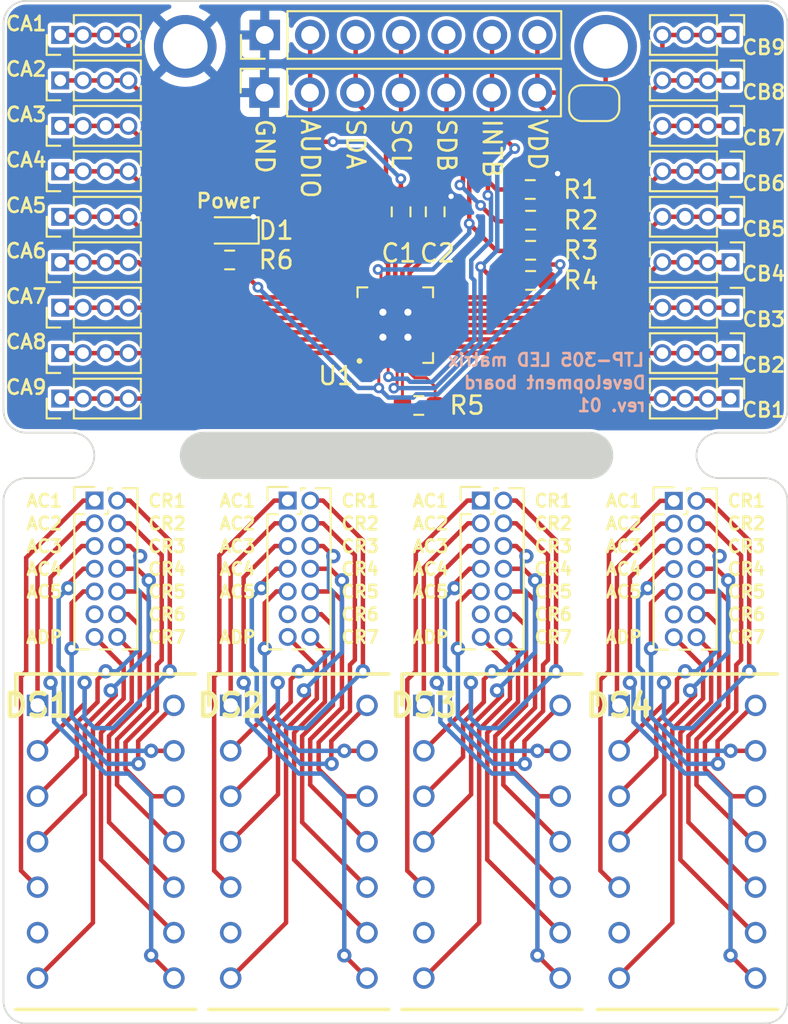
<source format=kicad_pcb>
(kicad_pcb (version 20211014) (generator pcbnew)
  (layers (0 "F.Cu" signal) (31 "B.Cu" signal) (34 "B.Paste" user) (35 "F.Paste" user) (36 "B.SilkS" user "B.Silkscreen") (37 "F.SilkS" user "F.Silkscreen") (38 "B.Mask" user) (39 "F.Mask" user) (44 "Edge.Cuts" user))
  (net 0 "")
  (net 2 "Net-(DS1-Pad1)")
  (net 3 "Net-(DS1-Pad2)")
  (net 4 "Net-(DS1-Pad3)")
  (net 5 "Net-(DS1-Pad4)")
  (net 6 "Net-(DS1-Pad5)")
  (net 7 "Net-(DS1-Pad7)")
  (net 8 "Net-(DS1-Pad8)")
  (net 9 "Net-(DS1-Pad9)")
  (net 10 "Net-(DS1-Pad10)")
  (net 11 "Net-(DS1-Pad11)")
  (net 12 "Net-(DS1-Pad12)")
  (net 13 "Net-(DS1-Pad13)")
  (net 14 "Net-(DS1-Pad14)")
  (net 16 "Net-(DS2-Pad1)")
  (net 17 "Net-(DS2-Pad2)")
  (net 18 "Net-(DS2-Pad3)")
  (net 19 "Net-(DS2-Pad4)")
  (net 20 "Net-(DS2-Pad5)")
  (net 22 "Net-(DS2-Pad7)")
  (net 23 "Net-(DS2-Pad8)")
  (net 24 "Net-(DS2-Pad9)")
  (net 25 "Net-(DS2-Pad10)")
  (net 26 "Net-(DS2-Pad11)")
  (net 27 "Net-(DS2-Pad12)")
  (net 28 "Net-(DS2-Pad13)")
  (net 29 "Net-(DS2-Pad14)")
  (net 30 "Net-(DS3-Pad1)")
  (net 31 "Net-(DS3-Pad2)")
  (net 32 "Net-(DS3-Pad3)")
  (net 33 "Net-(DS3-Pad4)")
  (net 34 "Net-(DS3-Pad5)")
  (net 36 "Net-(DS3-Pad7)")
  (net 37 "Net-(DS3-Pad8)")
  (net 38 "Net-(DS3-Pad9)")
  (net 39 "Net-(DS3-Pad10)")
  (net 40 "Net-(DS3-Pad11)")
  (net 41 "Net-(DS3-Pad12)")
  (net 42 "Net-(DS3-Pad13)")
  (net 43 "Net-(DS3-Pad14)")
  (net 44 "Net-(DS4-Pad1)")
  (net 45 "Net-(DS4-Pad2)")
  (net 46 "Net-(DS4-Pad3)")
  (net 47 "Net-(DS4-Pad4)")
  (net 48 "Net-(DS4-Pad5)")
  (net 50 "Net-(DS4-Pad7)")
  (net 51 "Net-(DS4-Pad8)")
  (net 52 "Net-(DS4-Pad9)")
  (net 53 "Net-(DS4-Pad10)")
  (net 54 "Net-(DS4-Pad11)")
  (net 55 "Net-(DS4-Pad12)")
  (net 56 "Net-(DS4-Pad13)")
  (net 57 "Net-(DS4-Pad14)")
  (net 61 "Net-(C1-Pad1)")
  (net 62 "AUDIO")
  (net 63 "Net-(C2-Pad1)")
  (net 64 "GND")
  (net 65 "SDA")
  (net 66 "SCL")
  (net 67 "SDB")
  (net 68 "INTB")
  (net 69 "VDD")
  (net 70 "Net-(R5-Pad2)")
  (net 71 "CA9")
  (net 72 "CB1")
  (net 73 "CB2")
  (net 74 "CB3")
  (net 75 "CB4")
  (net 76 "CB5")
  (net 77 "CB6")
  (net 78 "CB7")
  (net 79 "CB8")
  (net 80 "CB9")
  (net 81 "CA1")
  (net 82 "CA2")
  (net 83 "CA3")
  (net 84 "CA4")
  (net 85 "CA5")
  (net 86 "CA6")
  (net 87 "CA7")
  (net 88 "CA8")
  (net 89 "Net-(D1-Pad2)")
  (footprint "Resistor_SMD:R_0603_1608Metric_Pad0.98x0.95mm_HandSolder" (layer "F.Cu") (at 156.464 60.071 180)
    (fp_text reference "R4")
    (fp_text value "4.7K" hide)
  )
  (footprint "Connector_PinHeader_2.54mm:Pin_jumper_1x7_P2.54mm" (layer "F.Cu") (at 159.8875 49.475 90)
    (fp_text reference "J6" hide)
    (fp_text value "Conn_01x07" hide)
  )
  (footprint "Connector_PinHeader_1.27mm:PinHeader_1x04_P1.27mm_Vertical" (layer "F.Cu") (at 167.64 61.595 -90)
    (fp_text reference "CB3")
    (fp_text value "Conn_01x04" hide)
  )
  (footprint "Connector_PinHeader_1.27mm:PinHeader_2x07_P1.27mm_Vertical" (layer "F.Cu") (at 153.68 72.375)
    (fp_text reference "J3" hide)
    (fp_text value "Conn_01x14" hide)
  )
  (footprint "Connector_PinHeader_1.27mm:PinHeader_1x04_P1.27mm_Vertical" (layer "F.Cu") (at 167.64 46.355 -90)
    (fp_text reference "CB9")
    (fp_text value "Conn_01x04" hide)
  )
  (footprint "Connector_PinHeader_1.27mm:PinHeader_1x04_P1.27mm_Vertical" (layer "F.Cu") (at 130.175 53.975 90)
    (fp_text reference "CA4")
    (fp_text value "Conn_01x04" hide)
  )
  (footprint "" (layer "F.Cu") (at 160.655 46.99)
    (fp_text reference "")
    (fp_text value "")
  )
  (footprint "Connector_PinHeader_1.27mm:PinHeader_2x07_P1.27mm_Vertical" (layer "F.Cu") (at 142.885 72.375)
    (fp_text reference "J2" hide)
    (fp_text value "Conn_01x14" hide)
  )
  (footprint "Connector_PinHeader_1.27mm:PinHeader_1x04_P1.27mm_Vertical" (layer "F.Cu") (at 130.175 51.435 90)
    (fp_text reference "CA3")
    (fp_text value "Conn_01x04" hide)
  )
  (footprint "Connector_PinHeader_1.27mm:PinHeader_1x04_P1.27mm_Vertical" (layer "F.Cu") (at 130.175 46.355 90)
    (fp_text reference "CA1")
    (fp_text value "Conn_01x04" hide)
  )
  (footprint "Resistor_SMD:R_0603_1608Metric_Pad0.98x0.95mm_HandSolder" (layer "F.Cu") (at 139.6425 58.928 180)
    (fp_text reference "R6")
    (fp_text value "R" hide)
  )
  (footprint "Connector_PinHeader_1.27mm:PinHeader_1x04_P1.27mm_Vertical" (layer "F.Cu") (at 167.64 59.055 -90)
    (fp_text reference "CB4")
    (fp_text value "Conn_01x04" hide)
  )
  (footprint "Connector_PinHeader_1.27mm:PinHeader_1x04_P1.27mm_Vertical" (layer "F.Cu") (at 130.175 56.515 90)
    (fp_text reference "CA5")
    (fp_text value "Conn_01x04" hide)
  )
  (footprint "LTP305:DIPS762W50P254L1850H400Q14N" (layer "F.Cu") (at 161.417 83.82)
    (fp_text reference "DS4")
    (fp_text value "LTP-305G" hide)
  )
  (footprint "Connector_PinHeader_1.27mm:PinHeader_2x07_P1.27mm_Vertical" (layer "F.Cu") (at 132.09 72.375)
    (fp_text reference "J1" hide)
    (fp_text value "Conn_01x14" hide)
  )
  (footprint "LTP305:DIPS762W50P254L1850H400Q14N" (layer "F.Cu") (at 150.495 83.82)
    (fp_text reference "DS3")
    (fp_text value "LTP-305G" hide)
  )
  (footprint "Connector_PinHeader_1.27mm:PinHeader_1x04_P1.27mm_Vertical" (layer "F.Cu") (at 167.64 66.675 -90)
    (fp_text reference "CB1")
    (fp_text value "Conn_01x04" hide)
  )
  (footprint "Resistor_SMD:R_0603_1608Metric_Pad0.98x0.95mm_HandSolder" (layer "F.Cu") (at 156.464 56.706 180)
    (fp_text reference "R2")
    (fp_text value "4.7K" hide)
  )
  (footprint "Connector_PinHeader_1.27mm:PinHeader_1x04_P1.27mm_Vertical" (layer "F.Cu") (at 167.64 53.975 -90)
    (fp_text reference "CB6")
    (fp_text value "Conn_01x04" hide)
  )
  (footprint "Connector_PinHeader_1.27mm:PinHeader_1x04_P1.27mm_Vertical" (layer "F.Cu") (at 167.64 64.135 -90)
    (fp_text reference "CB2")
    (fp_text value "Conn_01x04" hide)
  )
  (footprint "LTP305:DIPS762W50P254L1850H400Q14N" (layer "F.Cu") (at 128.905 83.82)
    (fp_text reference "DS1")
    (fp_text value "LTP-305G" hide)
  )
  (footprint "Resistor_SMD:R_0603_1608Metric_Pad0.98x0.95mm_HandSolder" (layer "F.Cu") (at 156.464 58.3885 180)
    (fp_text reference "R3")
    (fp_text value "4.7K" hide)
  )
  (footprint "Connector_PinHeader_1.27mm:PinHeader_1x04_P1.27mm_Vertical" (layer "F.Cu") (at 130.175 59.055 90)
    (fp_text reference "CA6")
    (fp_text value "Conn_01x04" hide)
  )
  (footprint "Connector_PinHeader_1.27mm:PinHeader_1x04_P1.27mm_Vertical" (layer "F.Cu") (at 130.175 61.595 90)
    (fp_text reference "CA7")
    (fp_text value "Conn_01x04" hide)
  )
  (footprint "Connector_PinHeader_1.27mm:PinHeader_1x04_P1.27mm_Vertical" (layer "F.Cu") (at 130.175 64.135 90)
    (fp_text reference "CA8")
    (fp_text value "Conn_01x04" hide)
  )
  (footprint "" (layer "F.Cu") (at 137.16 46.99)
    (fp_text reference "")
    (fp_text value "")
  )
  (footprint "Resistor_SMD:R_0603_1608Metric_Pad0.98x0.95mm_HandSolder" (layer "F.Cu") (at 156.444 54.991)
    (fp_text reference "R1")
    (fp_text value "100K" hide)
  )
  (footprint "Resistor_SMD:R_0603_1608Metric_Pad0.98x0.95mm_HandSolder" (layer "F.Cu") (at 149.225 56.2375 90)
    (fp_text reference "C1")
    (fp_text value "0.22uF" hide)
  )
  (footprint "Connector_PinHeader_1.27mm:PinHeader_1x04_P1.27mm_Vertical" (layer "F.Cu") (at 167.64 48.895 -90)
    (fp_text reference "CB8")
    (fp_text value "Conn_01x04" hide)
  )
  (footprint "Connector_PinHeader_1.27mm:PinHeader_1x04_P1.27mm_Vertical" (layer "F.Cu") (at 167.64 56.515 -90)
    (fp_text reference "CB5")
    (fp_text value "Conn_01x04" hide)
  )
  (footprint "Resistor_SMD:R_0603_1608Metric_Pad0.98x0.95mm_HandSolder" (layer "F.Cu") (at 151.13 56.2375 90)
    (fp_text reference "C2")
    (fp_text value "0.1uF" hide)
  )
  (footprint "Connector_PinHeader_1.27mm:PinHeader_1x04_P1.27mm_Vertical" (layer "F.Cu") (at 130.175 48.895 90)
    (fp_text reference "CA2")
    (fp_text value "Conn_01x04" hide)
  )
  (footprint "Jumper:SolderJumper-2_P1.3mm_Open_RoundedPad1.0x1.5mm" (layer "F.Cu") (at 160.02 50.165)
    (fp_text reference "REF**" hide)
    (fp_text value "SolderJumper-2_P1.3mm_Open_RoundedPad1.0x1.5mm" hide)
  )
  (footprint "Package_DFN_QFN:QFN-28-1EP_4x4mm_P0.4mm_EP2.3x2.3mm" (layer "F.Cu") (at 148.9 62.57 90)
    (fp_text reference "U1")
    (fp_text value "IS31FL3731-SA" hide)
  )
  (footprint "Connector_PinHeader_1.27mm:PinHeader_2x07_P1.27mm_Vertical" (layer "F.Cu") (at 164.465 72.39)
    (fp_text reference "J4" hide)
    (fp_text value "Conn_01x14" hide)
  )
  (footprint "Resistor_SMD:R_0603_1608Metric_Pad0.98x0.95mm_HandSolder" (layer "F.Cu") (at 150.2125 67.06)
    (fp_text reference "R5")
    (fp_text value "20K" hide)
  )
  (footprint "Connector_PinHeader_2.54mm:PinHeader_1x07_P2.54mm_Vertical" (layer "F.Cu") (at 141.605 46.355 90)
    (fp_text reference "J5" hide)
    (fp_text value "Conn_01x07" hide)
  )
  (footprint "LED_SMD:LED_0603_1608Metric_Pad1.05x0.95mm_HandSolder" (layer "F.Cu") (at 139.605 57.277 180)
    (fp_text reference "D1")
    (fp_text value "LED" hide)
  )
  (footprint "Connector_PinHeader_1.27mm:PinHeader_1x04_P1.27mm_Vertical" (layer "F.Cu") (at 130.175 66.675 90)
    (fp_text reference "CA9")
    (fp_text value "Conn_01x04" hide)
  )
  (footprint "Connector_PinHeader_1.27mm:PinHeader_1x04_P1.27mm_Vertical" (layer "F.Cu") (at 167.64 51.435 -90)
    (fp_text reference "CB7")
    (fp_text value "Conn_01x04" hide)
  )
  (footprint "LTP305:DIPS762W50P254L1850H400Q14N" (layer "F.Cu") (at 139.7 83.82)
    (fp_text reference "DS2")
    (fp_text value "LTP-305G" hide)
  )
  (gr_line (start 167.005 71.12) (end 169.545 71.12) (layer "Edge.Cuts") (width 0.1))
  (gr_arc (start 170.815 100.33) (mid 170.443026 101.228026) (end 169.545 101.6) (layer "Edge.Cuts") (width 0.1))
  (gr_line (start 127 45.72) (end 127 67.31) (layer "Edge.Cuts") (width 0.1))
  (gr_line (start 127 72.39) (end 127 100.33) (layer "Edge.Cuts") (width 0.1))
  (gr_arc (start 169.545 44.45) (mid 170.443026 44.821974) (end 170.815 45.72) (layer "Edge.Cuts") (width 0.1))
  (gr_line (start 128.27 71.12) (end 130.81 71.12) (layer "Edge.Cuts") (width 0.1))
  (gr_line (start 169.545 44.45) (end 128.27 44.45) (layer "Edge.Cuts") (width 0.1))
  (gr_arc (start 130.81 68.58) (mid 132.08 69.85) (end 130.81 71.12) (layer "Edge.Cuts") (width 0.1))
  (gr_line (start 128.27 68.58) (end 130.81 68.58) (layer "Edge.Cuts") (width 0.1))
  (gr_arc (start 127 72.39) (mid 127.371974 71.491974) (end 128.27 71.12) (layer "Edge.Cuts") (width 0.1))
  (gr_line (start 170.815 45.72) (end 170.815 67.31) (layer "Edge.Cuts") (width 0.1))
  (gr_arc (start 128.27 101.6) (mid 127.371974 101.228026) (end 127 100.33) (layer "Edge.Cuts") (width 0.1))
  (gr_arc (start 127 45.72) (mid 127.371974 44.821974) (end 128.27 44.45) (layer "Edge.Cuts") (width 0.1))
  (gr_line (start 128.27 101.6) (end 169.545 101.6) (layer "Edge.Cuts") (width 0.1))
  (gr_line (start 170.815 72.39) (end 170.815 100.33) (layer "Edge.Cuts") (width 0.1))
  (gr_arc locked (start 169.545 71.12) (mid 170.443026 71.491974) (end 170.815 72.39) (layer "Edge.Cuts") (width 0.1))
  (gr_arc (start 170.815 67.31) (mid 170.443026 68.208026) (end 169.545 68.58) (layer "Edge.Cuts") (width 0.1))
  (gr_line (start 167.005 68.58) (end 169.545 68.58) (layer "Edge.Cuts") (width 0.1))
  (gr_poly (pts (arc (start 138.176 68.58) (mid 136.906 69.85) (end 138.176 71.12)) (arc (start 159.766 71.12) (mid 161.036 69.85) (end 159.766 68.58))) (layer "Edge.Cuts") (width 0.1) (fill solid))
  (gr_arc (start 167.005 71.12) (mid 165.735 69.85) (end 167.005 68.58) (layer "Edge.Cuts") (width 0.1))
  (gr_arc (start 128.27 68.58) (mid 127.371974 68.208026) (end 127 67.31) (layer "Edge.Cuts") (width 0.1))
  (gr_text "LTP-305 LED matrix" (at 151.765 64.516) (layer "B.SilkS") (effects (font (size 0.7 0.7)) (justify right mirror)))
  (gr_text "rev. 01" (at 159.004 67.056) (layer "B.SilkS") (effects (font (size 0.7 0.7)) (justify right mirror)))
  (gr_text "Development board" (at 152.654 65.786) (layer "B.SilkS") (effects (font (size 0.7 0.7)) (justify right mirror)))
  (gr_text "ADP" (at 150.876 80.01) (layer "F.SilkS") (effects (font (size 0.7 0.7))))
  (gr_text "CR4" (at 157.734 76.2) (layer "F.SilkS") (effects (font (size 0.7 0.7))))
  (gr_text "CR7" (at 136.144 80.01) (layer "F.SilkS") (effects (font (size 0.7 0.7))))
  (gr_text "CR7" (at 168.529 80.01) (layer "F.SilkS") (effects (font (size 0.7 0.7))))
  (gr_text "GND" (at 141.605 50.95 270) (layer "F.SilkS") (effects (font (size 1 1)) (justify left)))
  (gr_text "CR1" (at 146.939 72.39) (layer "F.SilkS") (effects (font (size 0.7 0.7))))
  (gr_text "AC5" (at 140.081 77.47) (layer "F.SilkS") (effects (font (size 0.7 0.7))))
  (gr_text "AC5" (at 129.286 77.47) (layer "F.SilkS") (effects (font (size 0.7 0.7))))
  (gr_text "CR5" (at 168.529 77.47) (layer "F.SilkS") (effects (font (size 0.7 0.7))))
  (gr_text "CR7" (at 157.734 80.01) (layer "F.SilkS") (effects (font (size 0.7 0.7))))
  (gr_text "CR1" (at 157.734 72.39) (layer "F.SilkS") (effects (font (size 0.7 0.7))))
  (gr_text "AC1" (at 150.876 72.39) (layer "F.SilkS") (effects (font (size 0.7 0.7))))
  (gr_text "CR1" (at 168.529 72.39) (layer "F.SilkS") (effects (font (size 0.7 0.7))))
  (gr_text "CR6" (at 157.734 78.74) (layer "F.SilkS") (effects (font (size 0.7 0.7))))
  (gr_text "CR4" (at 136.144 76.2) (layer "F.SilkS") (effects (font (size 0.7 0.7))))
  (gr_text "AC4" (at 129.286 76.2) (layer "F.SilkS") (effects (font (size 0.7 0.7))))
  (gr_text "CR2" (at 168.529 73.66) (layer "F.SilkS") (effects (font (size 0.7 0.7))))
  (gr_text "CR3" (at 146.939 74.93) (layer "F.SilkS") (effects (font (size 0.7 0.7))))
  (gr_text "Power" (at 139.573 55.626) (layer "F.SilkS") (effects (font (size 0.8 0.8))))
  (gr_text "AC4" (at 140.081 76.2) (layer "F.SilkS") (effects (font (size 0.7 0.7))))
  (gr_text "AC5" (at 161.671 77.47) (layer "F.SilkS") (effects (font (size 0.7 0.7))))
  (gr_text "AC5" (at 150.876 77.47) (layer "F.SilkS") (effects (font (size 0.7 0.7))))
  (gr_text "CR6" (at 136.144 78.74) (layer "F.SilkS") (effects (font (size 0.7 0.7))))
  (gr_text "CR5" (at 136.144 77.47) (layer "F.SilkS") (effects (font (size 0.7 0.7))))
  (gr_text "CR5" (at 157.734 77.47) (layer "F.SilkS") (effects (font (size 0.7 0.7))))
  (gr_text "AC3" (at 150.876 74.93) (layer "F.SilkS") (effects (font (size 0.7 0.7))))
  (gr_text "AC2" (at 161.671 73.66) (layer "F.SilkS") (effects (font (size 0.7 0.7))))
  (gr_text "AC1" (at 140.081 72.39) (layer "F.SilkS") (effects (font (size 0.7 0.7))))
  (gr_text "CR4" (at 146.939 76.2) (layer "F.SilkS") (effects (font (size 0.7 0.7))))
  (gr_text "SDB" (at 151.765 50.95 270) (layer "F.SilkS") (effects (font (size 1 1)) (justify left)))
  (gr_text "CR3" (at 136.144 74.93) (layer "F.SilkS") (effects (font (size 0.7 0.7))))
  (gr_text "CR2" (at 146.939 73.66) (layer "F.SilkS") (effects (font (size 0.7 0.7))))
  (gr_text "AC3" (at 140.081 74.93) (layer "F.SilkS") (effects (font (size 0.7 0.7))))
  (gr_text "CR1" (at 136.144 72.39) (layer "F.SilkS") (effects (font (size 0.7 0.7))))
  (gr_text "ADP" (at 140.081 80.01) (layer "F.SilkS") (effects (font (size 0.7 0.7))))
  (gr_text "VDD" (at 156.845 50.95 270) (layer "F.SilkS") (effects (font (size 1 1)) (justify left)))
  (gr_text "CR6" (at 146.939 78.74) (layer "F.SilkS") (effects (font (size 0.7 0.7))))
  (gr_text "AC1" (at 129.286 72.39) (layer "F.SilkS") (effects (font (size 0.7 0.7))))
  (gr_text "CR3" (at 157.734 74.93) (layer "F.SilkS") (effects (font (size 0.7 0.7))))
  (gr_text "AC2" (at 129.286 73.66) (layer "F.SilkS") (effects (font (size 0.7 0.7))))
  (gr_text "AC4" (at 161.671 76.2) (layer "F.SilkS") (effects (font (size 0.7 0.7))))
  (gr_text "SDA" (at 146.685 50.95 270) (layer "F.SilkS") (effects (font (size 1 1)) (justify left)))
  (gr_text "CR5" (at 146.939 77.47) (layer "F.SilkS") (effects (font (size 0.7 0.7))))
  (gr_text "SCL\n" (at 149.225 50.95 270) (layer "F.SilkS") (effects (font (size 1 1)) (justify left)))
  (gr_text "AC3" (at 161.671 74.93) (layer "F.SilkS") (effects (font (size 0.7 0.7))))
  (gr_text "CR2" (at 136.144 73.66) (layer "F.SilkS") (effects (font (size 0.7 0.7))))
  (gr_text "AC1" (at 161.671 72.39) (layer "F.SilkS") (effects (font (size 0.7 0.7))))
  (gr_text "CR2" (at 157.734 73.66) (layer "F.SilkS") (effects (font (size 0.7 0.7))))
  (gr_text "AC3" (at 129.286 74.93) (layer "F.SilkS") (effects (font (size 0.7 0.7))))
  (gr_text "ADP" (at 161.671 80.01) (layer "F.SilkS") (effects (font (size 0.7 0.7))))
  (gr_text "AC4" (at 150.876 76.2) (layer "F.SilkS") (effects (font (size 0.7 0.7))))
  (gr_text "ADP" (at 129.286 80.01) (layer "F.SilkS") (effects (font (size 0.7 0.7))))
  (gr_text "CR7" (at 146.939 80.01) (layer "F.SilkS") (effects (font (size 0.7 0.7))))
  (gr_text "AC2" (at 140.081 73.66) (layer "F.SilkS") (effects (font (size 0.7 0.7))))
  (gr_text "AC2" (at 150.876 73.66) (layer "F.SilkS") (effects (font (size 0.7 0.7))))
  (gr_text "CR4" (at 168.529 76.2) (layer "F.SilkS") (effects (font (size 0.7 0.7))))
  (gr_text "AUDIO" (at 144.145 50.95 270) (layer "F.SilkS") (effects (font (size 1 1)) (justify left)))
  (gr_text "CR6" (at 168.529 78.74) (layer "F.SilkS") (effects (font (size 0.7 0.7))))
  (gr_text "INTB" (at 154.305 50.95 270) (layer "F.SilkS") (effects (font (size 1 1)) (justify left)))
  (gr_text "CR3" (at 168.529 74.93) (layer "F.SilkS") (effects (font (size 0.7 0.7))))
  (via (at 163.195 80.645) (size 0.8) (drill 0.4) (layers "F.Cu" "B.Cu") (net 0))
  (via (at 156.138245 87.0845) (size 0.8) (drill 0.4) (layers "F.Cu" "B.Cu") (net 0))
  (via (at 163.009482 77.265918) (size 0.8) (drill 0.4) (layers "F.Cu" "B.Cu") (net 0))
  (via (at 145.916802 76.835) (size 0.8) (drill 0.4) (layers "F.Cu" "B.Cu") (net 0))
  (via (at 145.435234 75.48035) (size 0.8) (drill 0.4) (layers "F.Cu" "B.Cu") (net 0))
  (via (at 140.4245 82.55) (size 0.8) (drill 0.4) (layers "F.Cu" "B.Cu") (net 0))
  (via (at 167.64 97.79) (size 0.8) (drill 0.4) (layers "F.Cu" "B.Cu") (net 0))
  (via (at 168.681302 81.915) (size 0.8) (drill 0.4) (layers "F.Cu" "B.Cu") (net 0))
  (via (at 146.05 86.36) (size 0.8) (drill 0.4) (layers "F.Cu" "B.Cu") (net 0))
  (via (at 153.1245 82.55) (size 0.8) (drill 0.4) (layers "F.Cu" "B.Cu") (net 0))
  (via (at 162.0145 82.55) (size 0.8) (drill 0.4) (layers "F.Cu" "B.Cu") (net 0))
  (via (at 156.711802 76.835) (size 0.8) (drill 0.4) (layers "F.Cu" "B.Cu") (net 0))
  (via (at 156.845 97.79) (size 0.8) (drill 0.4) (layers "F.Cu" "B.Cu") (net 0))
  (via (at 165.3805 82.986711) (size 0.8) (drill 0.4) (layers "F.Cu" "B.Cu") (net 0))
  (via (at 167.64 86.36) (size 0.8) (drill 0.4) (layers "F.Cu" "B.Cu") (net 0))
  (via (at 152.4 80.645) (size 0.8) (drill 0.4) (layers "F.Cu" "B.Cu") (net 0))
  (via (at 156.845 86.36) (size 0.8) (drill 0.4) (layers "F.Cu" "B.Cu") (net 0))
  (via (at 157.886302 81.915) (size 0.8) (drill 0.4) (layers "F.Cu" "B.Cu") (net 0))
  (via (at 167.506802 76.835) (size 0.8) (drill 0.4) (layers "F.Cu" "B.Cu") (net 0))
  (via (at 154.305 81.915) (size 0.8) (drill 0.4) (layers "F.Cu" "B.Cu") (net 0))
  (via (at 166.933245 87.0845) (size 0.8) (drill 0.4) (layers "F.Cu" "B.Cu") (net 0))
  (via (at 146.05 97.79) (size 0.8) (drill 0.4) (layers "F.Cu" "B.Cu") (net 0))
  (via (at 143.51 81.915) (size 0.8) (drill 0.4) (layers "F.Cu" "B.Cu") (net 0))
  (via (at 152.214482 77.265918) (size 0.8) (drill 0.4) (layers "F.Cu" "B.Cu") (net 0))
  (via (at 141.605 80.645) (size 0.8) (drill 0.4) (layers "F.Cu" "B.Cu") (net 0))
  (via (at 141.419482 77.265918) (size 0.8) (drill 0.4) (layers "F.Cu" "B.Cu") (net 0))
  (via (at 142.3295 82.55) (size 0.8) (drill 0.4) (layers "F.Cu" "B.Cu") (net 0))
  (via (at 156.230234 75.48035) (size 0.8) (drill 0.4) (layers "F.Cu" "B.Cu") (net 0))
  (via (at 165.1 81.915) (size 0.8) (drill 0.4) (layers "F.Cu" "B.Cu") (net 0))
  (via (at 163.9195 82.55) (size 0.8) (drill 0.4) (layers "F.Cu" "B.Cu") (net 0))
  (via (at 143.7905 82.986711) (size 0.8) (drill 0.4) (layers "F.Cu" "B.Cu") (net 0))
  (via (at 154.5855 82.986711) (size 0.8) (drill 0.4) (layers "F.Cu" "B.Cu") (net 0))
  (via (at 151.2195 82.55) (size 0.8) (drill 0.4) (layers "F.Cu" "B.Cu") (net 0))
  (via (at 147.091302 81.915) (size 0.8) (drill 0.4) (layers "F.Cu" "B.Cu") (net 0))
  (via (at 167.025234 75.48035) (size 0.8) (drill 0.4) (layers "F.Cu" "B.Cu") (net 0))
  (via (at 145.343245 87.0845) (size 0.8) (drill 0.4) (layers "F.Cu" "B.Cu") (net 0))
  (segment (start 131.382894 73.645) (end 128.905 76.122894) (width 0.25) (layer "F.Cu") (net 2))
  (segment (start 128.905 76.122894) (end 128.905 83.82) (width 0.25) (layer "F.Cu") (net 2))
  (segment (start 132.09 73.645) (end 131.382894 73.645) (width 0.25) (layer "F.Cu") (net 2))
  (segment (start 134.067106 72.375) (end 136.296302 74.604196) (width 0.25) (layer "F.Cu") (net 3))
  (segment (start 128.905 86.36) (end 128.905 86.348832) (width 0.25) (layer "F.Cu") (net 3))
  (segment (start 136.296302 74.604196) (end 136.296302 81.915) (width 0.25) (layer "F.Cu") (net 3))
  (segment (start 131.5345 83.719332) (end 131.5345 82.55) (width 0.25) (layer "F.Cu") (net 3))
  (segment (start 133.36 72.375) (end 134.067106 72.375) (width 0.25) (layer "F.Cu") (net 3))
  (segment (start 128.905 86.348832) (end 131.5345 83.719332) (width 0.25) (layer "F.Cu") (net 3))
  (via (at 131.5345 82.55) (size 0.8) (drill 0.4) (layers "F.Cu" "B.Cu") (net 3))
  (via (at 136.296302 81.915) (size 0.8) (drill 0.4) (layers "F.Cu" "B.Cu") (net 3))
  (segment (start 131.5345 84.3655) (end 131.5345 82.55) (width 0.25) (layer "B.Cu") (net 3))
  (segment (start 133.121302 85.09) (end 132.081396 85.09) (width 0.25) (layer "B.Cu") (net 3))
  (segment (start 136.296302 81.915) (end 133.121302 85.09) (width 0.25) (layer "B.Cu") (net 3))
  (segment (start 131.445698 84.454302) (end 131.5345 84.3655) (width 0.25) (layer "B.Cu") (net 3))
  (segment (start 132.081396 85.09) (end 131.445698 84.454302) (width 0.25) (layer "B.Cu") (net 3))
  (segment (start 131.1 86.705) (end 128.905 88.9) (width 0.25) (layer "F.Cu") (net 4))
  (segment (start 133.36 74.915) (end 134.074884 74.915) (width 0.25) (layer "F.Cu") (net 4))
  (segment (start 134.074884 74.915) (end 134.640234 75.48035) (width 0.25) (layer "F.Cu") (net 4))
  (segment (start 132.715 81.915) (end 132.2595 82.3705) (width 0.25) (layer "F.Cu") (net 4))
  (segment (start 131.1 84.790228) (end 131.1 86.705) (width 0.25) (layer "F.Cu") (net 4))
  (segment (start 132.2595 82.3705) (end 132.2595 83.630728) (width 0.25) (layer "F.Cu") (net 4))
  (segment (start 132.2595 83.630728) (end 131.1 84.790228) (width 0.25) (layer "F.Cu") (net 4))
  (via (at 134.640234 75.48035) (size 0.8) (drill 0.4) (layers "F.Cu" "B.Cu") (net 4))
  (via (at 132.715 81.915) (size 0.8) (drill 0.4) (layers "F.Cu" "B.Cu") (net 4))
  (segment (start 134.640234 75.48035) (end 134.396802 75.723782) (width 0.25) (layer "B.Cu") (net 4))
  (segment (start 134.62 80.645) (end 133.35 81.915) (width 0.25) (layer "B.Cu") (net 4))
  (segment (start 134.396802 77.246802) (end 134.62 77.47) (width 0.25) (layer "B.Cu") (net 4))
  (segment (start 134.62 77.47) (end 134.62 80.645) (width 0.25) (layer "B.Cu") (net 4))
  (segment (start 134.396802 75.723782) (end 134.396802 76.835) (width 0.25) (layer "B.Cu") (net 4))
  (segment (start 133.35 81.915) (end 132.715 81.915) (width 0.25) (layer "B.Cu") (net 4))
  (segment (start 134.396802 76.835) (end 134.396802 77.246802) (width 0.25) (layer "B.Cu") (net 4))
  (segment (start 132.9955 82.986711) (end 133.151711 82.986711) (width 0.25) (layer "F.Cu") (net 5))
  (segment (start 133.151711 82.986711) (end 133.27 83.105) (width 0.25) (layer "F.Cu") (net 5))
  (segment (start 133.27 83.256624) (end 131.55 84.976624) (width 0.25) (layer "F.Cu") (net 5))
  (segment (start 131.55 88.795) (end 128.905 91.44) (width 0.25) (layer "F.Cu") (net 5))
  (segment (start 131.55 84.976624) (end 131.55 88.795) (width 0.25) (layer "F.Cu") (net 5))
  (segment (start 134.471802 76.185) (end 135.121802 76.835) (width 0.25) (layer "F.Cu") (net 5))
  (segment (start 133.27 83.105) (end 133.27 83.256624) (width 0.25) (layer "F.Cu") (net 5))
  (segment (start 133.36 76.185) (end 134.471802 76.185) (width 0.25) (layer "F.Cu") (net 5))
  (via (at 132.9955 82.986711) (size 0.8) (drill 0.4) (layers "F.Cu" "B.Cu") (net 5))
  (via (at 135.121802 76.835) (size 0.8) (drill 0.4) (layers "F.Cu" "B.Cu") (net 5))
  (segment (start 135.121802 76.835) (end 135.121802 80.860409) (width 0.25) (layer "B.Cu") (net 5))
  (segment (start 135.121802 80.860409) (end 132.9955 82.986711) (width 0.25) (layer "B.Cu") (net 5))
  (segment (start 127.98 82.205) (end 127.98 93.055) (width 0.25) (layer "F.Cu") (net 6))
  (segment (start 132.09 72.375) (end 131.46 72.375) (width 0.25) (layer "F.Cu") (net 6))
  (segment (start 131.46 72.375) (end 128.27 75.565) (width 0.25) (layer "F.Cu") (net 6))
  (segment (start 128.27 75.565) (end 128.27 81.915) (width 0.25) (layer "F.Cu") (net 6))
  (segment (start 128.27 81.915) (end 127.98 82.205) (width 0.25) (layer "F.Cu") (net 6))
  (segment (start 127.98 93.055) (end 128.905 93.98) (width 0.25) (layer "F.Cu") (net 6))
  (segment (start 132.715 80.645) (end 133.72 81.65) (width 0.25) (layer "F.Cu") (net 7))
  (segment (start 132.09 79.995) (end 132.715 80.62) (width 0.25) (layer "F.Cu") (net 7))
  (segment (start 132 95.965) (end 128.905 99.06) (width 0.25) (layer "F.Cu") (net 7))
  (segment (start 133.72 81.65) (end 133.72 83.44302) (width 0.25) (layer "F.Cu") (net 7))
  (segment (start 132 85.16302) (end 132 95.965) (width 0.25) (layer "F.Cu") (net 7))
  (segment (start 133.72 83.44302) (end 132 85.16302) (width 0.25) (layer "F.Cu") (net 7))
  (segment (start 132.715 80.62) (end 132.715 80.645) (width 0.25) (layer "F.Cu") (net 7))
  (segment (start 131.382894 74.915) (end 129.6295 76.668394) (width 0.25) (layer "F.Cu") (net 8))
  (segment (start 129.6295 76.668394) (end 129.6295 82.55) (width 0.25) (layer "F.Cu") (net 8))
  (segment (start 136.525 99.06) (end 135.255 97.79) (width 0.25) (layer "F.Cu") (net 8))
  (segment (start 132.09 74.915) (end 131.382894 74.915) (width 0.25) (layer "F.Cu") (net 8))
  (via (at 129.6295 82.55) (size 0.8) (drill 0.4) (layers "F.Cu" "B.Cu") (net 8))
  (via (at 135.255 97.79) (size 0.8) (drill 0.4) (layers "F.Cu" "B.Cu") (net 8))
  (segment (start 129.83 82.7505) (end 129.83 84.747792) (width 0.25) (layer "B.Cu") (net 8))
  (segment (start 135.255 88.9) (end 135.255 97.79) (width 0.25) (layer "B.Cu") (net 8))
  (segment (start 133.985 87.63) (end 135.255 88.9) (width 0.25) (layer "B.Cu") (net 8))
  (segment (start 129.6295 82.55) (end 129.83 82.7505) (width 0.25) (layer "B.Cu") (net 8))
  (segment (start 132.712208 87.63) (end 133.985 87.63) (width 0.25) (layer "B.Cu") (net 8))
  (segment (start 129.83 84.747792) (end 132.712208 87.63) (width 0.25) (layer "B.Cu") (net 8))
  (segment (start 132.45 85.349416) (end 132.45 92.445) (width 0.25) (layer "F.Cu") (net 9))
  (segment (start 134.17 83.629416) (end 132.45 85.349416) (width 0.25) (layer "F.Cu") (net 9))
  (segment (start 132.45 92.445) (end 136.525 96.52) (width 0.25) (layer "F.Cu") (net 9))
  (segment (start 134.17 80.805) (end 134.17 83.629416) (width 0.25) (layer "F.Cu") (net 9))
  (segment (start 133.36 79.995) (end 134.17 80.805) (width 0.25) (layer "F.Cu") (net 9))
  (segment (start 133.36 80) (end 133.35 80.01) (width 0.25) (layer "F.Cu") (net 9))
  (segment (start 133.36 79.995) (end 133.36 80) (width 0.25) (layer "F.Cu") (net 9))
  (segment (start 132.9 85.535812) (end 134.62 83.815812) (width 0.25) (layer "F.Cu") (net 10))
  (segment (start 133.97 78.725) (end 133.36 78.725) (width 0.25) (layer "F.Cu") (net 10))
  (segment (start 134.62 79.375) (end 133.97 78.725) (width 0.25) (layer "F.Cu") (net 10))
  (segment (start 134.62 83.815812) (end 134.62 79.375) (width 0.25) (layer "F.Cu") (net 10))
  (segment (start 136.525 93.98) (end 132.9 90.355) (width 0.25) (layer "F.Cu") (net 10))
  (segment (start 132.9 90.355) (end 132.9 85.535812) (width 0.25) (layer "F.Cu") (net 10))
  (segment (start 133.35 88.265) (end 133.35 85.722208) (width 0.25) (layer "F.Cu") (net 11))
  (segment (start 135.121802 83.950406) (end 135.121802 77.971802) (width 0.25) (layer "F.Cu") (net 11))
  (segment (start 136.525 91.44) (end 133.35 88.265) (width 0.25) (layer "F.Cu") (net 11))
  (segment (start 135.121802 77.971802) (end 134.605 77.455) (width 0.25) (layer "F.Cu") (net 11))
  (segment (start 133.35 85.722208) (end 135.121802 83.950406) (width 0.25) (layer "F.Cu") (net 11))
  (segment (start 134.605 77.455) (end 133.36 77.455) (width 0.25) (layer "F.Cu") (net 11))
  (segment (start 135.33844 88.9) (end 133.823245 87.384805) (width 0.25) (layer "F.Cu") (net 12))
  (segment (start 133.36 73.645) (end 134.067106 73.645) (width 0.25) (layer "F.Cu") (net 12))
  (segment (start 135.571802 81.5545) (end 135.846302 81.28) (width 0.25) (layer "F.Cu") (net 12))
  (segment (start 133.823245 87.384805) (end 133.823245 85.885359) (width 0.25) (layer "F.Cu") (net 12))
  (segment (start 135.571802 84.136802) (end 135.571802 81.5545) (width 0.25) (layer "F.Cu") (net 12))
  (segment (start 133.823245 85.885359) (end 135.571802 84.136802) (width 0.25) (layer "F.Cu") (net 12))
  (segment (start 136.525 88.9) (end 135.33844 88.9) (width 0.25) (layer "F.Cu") (net 12))
  (segment (start 134.067106 73.645) (end 135.846302 75.424196) (width 0.25) (layer "F.Cu") (net 12))
  (segment (start 135.846302 75.424196) (end 135.846302 81.28) (width 0.25) (layer "F.Cu") (net 12))
  (segment (start 131.445 77.47) (end 130.81 78.105) (width 0.25) (layer "F.Cu") (net 13))
  (segment (start 132.09 77.455) (end 131.46 77.455) (width 0.25) (layer "F.Cu") (net 13))
  (segment (start 131.46 77.455) (end 131.445 77.47) (width 0.25) (layer "F.Cu") (net 13))
  (segment (start 135.255 86.36) (end 136.525 86.36) (width 0.25) (layer "F.Cu") (net 13))
  (segment (start 130.81 78.105) (end 130.81 80.645) (width 0.25) (layer "F.Cu") (net 13))
  (via (at 135.255 86.36) (size 0.8) (drill 0.4) (layers "F.Cu" "B.Cu") (net 13))
  (via (at 130.81 80.645) (size 0.8) (drill 0.4) (layers "F.Cu" "B.Cu") (net 13))
  (segment (start 130.81 82.55) (end 130.81 84.455) (width 0.25) (layer "B.Cu") (net 13))
  (segment (start 130.81 80.645) (end 130.81 82.55) (width 0.25) (layer "B.Cu") (net 13))
  (segment (start 130.81 84.455) (end 132.715 86.36) (width 0.25) (layer "B.Cu") (net 13))
  (segment (start 132.715 86.36) (end 135.255 86.36) (width 0.25) (layer "B.Cu") (net 13))
  (segment (start 134.53 87.066255) (end 134.53 85.815) (width 0.25) (layer "F.Cu") (net 14))
  (segment (start 131.445 76.2) (end 130.624482 77.020518) (width 0.25) (layer "F.Cu") (net 14))
  (segment (start 134.53 85.815) (end 136.525 83.82) (width 0.25) (layer "F.Cu") (net 14))
  (segment (start 134.548245 87.0845) (end 134.53 87.066255) (width 0.25) (layer "F.Cu") (net 14))
  (segment (start 132.09 76.185) (end 131.46 76.185) (width 0.25) (layer "F.Cu") (net 14))
  (segment (start 130.624482 77.020518) (end 130.624482 77.265918) (width 0.25) (layer "F.Cu") (net 14))
  (segment (start 131.46 76.185) (end 131.445 76.2) (width 0.25) (layer "F.Cu") (net 14))
  (via (at 130.624482 77.265918) (size 0.8) (drill 0.4) (layers "F.Cu" "B.Cu") (net 14))
  (via (at 134.548245 87.0845) (size 0.8) (drill 0.4) (layers "F.Cu" "B.Cu") (net 14))
  (segment (start 130.085 80.645) (end 130.085 81.64) (width 0.25) (layer "B.Cu") (net 14))
  (segment (start 130.36 84.641396) (end 132.803104 87.0845) (width 0.25) (layer "B.Cu") (net 14))
  (segment (start 132.803104 87.0845) (end 134.548245 87.0845) (width 0.25) (layer "B.Cu") (net 14))
  (segment (start 130.36 81.915) (end 130.36 84.641396) (width 0.25) (layer "B.Cu") (net 14))
  (segment (start 130.085 81.64) (end 130.36 81.915) (width 0.25) (layer "B.Cu") (net 14))
  (segment (start 130.624482 77.265918) (end 130.085 77.8054) (width 0.25) (layer "B.Cu") (net 14))
  (segment (start 130.085 77.8054) (end 130.085 80.645) (width 0.25) (layer "B.Cu") (net 14))
  (segment (start 139.7 76.122894) (end 139.7 83.82) (width 0.25) (layer "F.Cu") (net 16))
  (segment (start 142.885 73.645) (end 142.177894 73.645) (width 0.25) (layer "F.Cu") (net 16))
  (segment (start 142.177894 73.645) (end 139.7 76.122894) (width 0.25) (layer "F.Cu") (net 16))
  (segment (start 139.7 86.348832) (end 142.3295 83.719332) (width 0.25) (layer "F.Cu") (net 17))
  (segment (start 139.7 86.36) (end 139.7 86.348832) (width 0.25) (layer "F.Cu") (net 17))
  (segment (start 144.862106 72.375) (end 147.091302 74.604196) (width 0.25) (layer "F.Cu") (net 17))
  (segment (start 142.3295 83.719332) (end 142.3295 82.55) (width 0.25) (layer "F.Cu") (net 17))
  (segment (start 144.155 72.375) (end 144.862106 72.375) (width 0.25) (layer "F.Cu") (net 17))
  (segment (start 147.091302 74.604196) (end 147.091302 81.915) (width 0.25) (layer "F.Cu") (net 17))
  (segment (start 142.3295 84.3655) (end 142.3295 82.55) (width 0.25) (layer "B.Cu") (net 17))
  (segment (start 142.240698 84.454302) (end 142.3295 84.3655) (width 0.25) (layer "B.Cu") (net 17))
  (segment (start 143.916302 85.09) (end 142.876396 85.09) (width 0.25) (layer "B.Cu") (net 17))
  (segment (start 147.091302 81.915) (end 143.916302 85.09) (width 0.25) (layer "B.Cu") (net 17))
  (segment (start 142.876396 85.09) (end 142.240698 84.454302) (width 0.25) (layer "B.Cu") (net 17))
  (segment (start 143.51 81.915) (end 143.0545 82.3705) (width 0.25) (layer "F.Cu") (net 18))
  (segment (start 143.0545 83.630728) (end 141.895 84.790228) (width 0.25) (layer "F.Cu") (net 18))
  (segment (start 143.0545 82.3705) (end 143.0545 83.630728) (width 0.25) (layer "F.Cu") (net 18))
  (segment (start 144.869884 74.915) (end 145.435234 75.48035) (width 0.25) (layer "F.Cu") (net 18))
  (segment (start 141.895 86.705) (end 139.7 88.9) (width 0.25) (layer "F.Cu") (net 18))
  (segment (start 141.895 84.790228) (end 141.895 86.705) (width 0.25) (layer "F.Cu") (net 18))
  (segment (start 144.155 74.915) (end 144.869884 74.915) (width 0.25) (layer "F.Cu") (net 18))
  (segment (start 145.415 80.645) (end 144.145 81.915) (width 0.25) (layer "B.Cu") (net 18))
  (segment (start 145.415 77.47) (end 145.415 80.645) (width 0.25) (layer "B.Cu") (net 18))
  (segment (start 145.191802 75.723782) (end 145.191802 76.835) (width 0.25) (layer "B.Cu") (net 18))
  (segment (start 145.191802 77.246802) (end 145.415 77.47) (width 0.25) (layer "B.Cu") (net 18))
  (segment (start 145.191802 76.835) (end 145.191802 77.246802) (width 0.25) (layer "B.Cu") (net 18))
  (segment (start 145.435234 75.48035) (end 145.191802 75.723782) (width 0.25) (layer "B.Cu") (net 18))
  (segment (start 144.145 81.915) (end 143.51 81.915) (width 0.25) (layer "B.Cu") (net 18))
  (segment (start 145.266802 76.185) (end 145.916802 76.835) (width 0.25) (layer "F.Cu") (net 19))
  (segment (start 144.155 76.185) (end 145.266802 76.185) (width 0.25) (layer "F.Cu") (net 19))
  (segment (start 142.345 88.795) (end 139.7 91.44) (width 0.25) (layer "F.Cu") (net 19))
  (segment (start 143.946711 82.986711) (end 144.065 83.105) (width 0.25) (layer "F.Cu") (net 19))
  (segment (start 143.7905 82.986711) (end 143.946711 82.986711) (width 0.25) (layer "F.Cu") (net 19))
  (segment (start 142.345 84.976624) (end 142.345 88.795) (width 0.25) (layer "F.Cu") (net 19))
  (segment (start 144.065 83.256624) (end 142.345 84.976624) (width 0.25) (layer "F.Cu") (net 19))
  (segment (start 144.065 83.105) (end 144.065 83.256624) (width 0.25) (layer "F.Cu") (net 19))
  (segment (start 145.916802 80.860409) (end 143.7905 82.986711) (width 0.25) (layer "B.Cu") (net 19))
  (segment (start 145.916802 76.835) (end 145.916802 80.860409) (width 0.25) (layer "B.Cu") (net 19))
  (segment (start 139.065 75.445) (end 139.065 81.915) (width 0.25) (layer "F.Cu") (net 20))
  (segment (start 142.135 72.375) (end 139.065 75.445) (width 0.25) (layer "F.Cu") (net 20))
  (segment (start 138.775 82.205) (end 138.775 93.055) (width 0.25) (layer "F.Cu") (net 20))
  (segment (start 139.065 81.915) (end 138.775 82.205) (width 0.25) (layer "F.Cu") (net 20))
  (segment (start 138.775 93.055) (end 139.7 93.98) (width 0.25) (layer "F.Cu") (net 20))
  (segment (start 142.885 72.375) (end 142.135 72.375) (width 0.25) (layer "F.Cu") (net 20))
  (segment (start 143.51 80.62) (end 143.51 80.645) (width 0.25) (layer "F.Cu") (net 22))
  (segment (start 142.885 79.995) (end 143.51 80.62) (width 0.25) (layer "F.Cu") (net 22))
  (segment (start 142.795 95.965) (end 139.7 99.06) (width 0.25) (layer "F.Cu") (net 22))
  (segment (start 144.515 81.65) (end 144.515 83.44302) (width 0.25) (layer "F.Cu") (net 22))
  (segment (start 142.795 85.16302) (end 142.795 95.965) (width 0.25) (layer "F.Cu") (net 22))
  (segment (start 144.515 83.44302) (end 142.795 85.16302) (width 0.25) (layer "F.Cu") (net 22))
  (segment (start 143.51 80.645) (end 144.515 81.65) (width 0.25) (layer "F.Cu") (net 22))
  (segment (start 140.4245 76.668394) (end 140.4245 82.55) (width 0.25) (layer "F.Cu") (net 23))
  (segment (start 142.885 74.915) (end 142.177894 74.915) (width 0.25) (layer "F.Cu") (net 23))
  (segment (start 147.32 99.06) (end 146.05 97.79) (width 0.25) (layer "F.Cu") (net 23))
  (segment (start 142.177894 74.915) (end 140.4245 76.668394) (width 0.25) (layer "F.Cu") (net 23))
  (segment (start 140.625 84.747792) (end 143.507208 87.63) (width 0.25) (layer "B.Cu") (net 23))
  (segment (start 144.78 87.63) (end 146.05 88.9) (width 0.25) (layer "B.Cu") (net 23))
  (segment (start 140.625 82.7505) (end 140.625 84.747792) (width 0.25) (layer "B.Cu") (net 23))
  (segment (start 140.4245 82.55) (end 140.625 82.7505) (width 0.25) (layer "B.Cu") (net 23))
  (segment (start 146.05 88.9) (end 146.05 97.79) (width 0.25) (layer "B.Cu") (net 23))
  (segment (start 143.507208 87.63) (end 144.78 87.63) (width 0.25) (layer "B.Cu") (net 23))
  (segment (start 144.965 83.629416) (end 143.245 85.349416) (width 0.25) (layer "F.Cu") (net 24))
  (segment (start 144.155 79.995) (end 144.965 80.805) (width 0.25) (layer "F.Cu") (net 24))
  (segment (start 144.155 80) (end 144.145 80.01) (width 0.25) (layer "F.Cu") (net 24))
  (segment (start 143.245 92.445) (end 147.32 96.52) (width 0.25) (layer "F.Cu") (net 24))
  (segment (start 144.155 79.995) (end 144.155 80) (width 0.25) (layer "F.Cu") (net 24))
  (segment (start 143.245 85.349416) (end 143.245 92.445) (width 0.25) (layer "F.Cu") (net 24))
  (segment (start 144.965 80.805) (end 144.965 83.629416) (width 0.25) (layer "F.Cu") (net 24))
  (segment (start 143.695 90.355) (end 143.695 85.535812) (width 0.25) (layer "F.Cu") (net 25))
  (segment (start 145.415 79.375) (end 144.765 78.725) (width 0.25) (layer "F.Cu") (net 25))
  (segment (start 143.695 85.535812) (end 145.415 83.815812) (width 0.25) (layer "F.Cu") (net 25))
  (segment (start 147.32 93.98) (end 143.695 90.355) (width 0.25) (layer "F.Cu") (net 25))
  (segment (start 145.415 83.815812) (end 145.415 79.375) (width 0.25) (layer "F.Cu") (net 25))
  (segment (start 144.765 78.725) (end 144.155 78.725) (width 0.25) (layer "F.Cu") (net 25))
  (segment (start 145.916802 77.971802) (end 145.4 77.455) (width 0.25) (layer "F.Cu") (net 26))
  (segment (start 144.145 85.722208) (end 145.916802 83.950406) (width 0.25) (layer "F.Cu") (net 26))
  (segment (start 144.145 88.265) (end 144.145 85.722208) (width 0.25) (layer "F.Cu") (net 26))
  (segment (start 145.4 77.455) (end 144.155 77.455) (width 0.25) (layer "F.Cu") (net 26))
  (segment (start 145.916802 83.950406) (end 145.916802 77.971802) (width 0.25) (layer "F.Cu") (net 26))
  (segment (start 147.32 91.44) (end 144.145 88.265) (width 0.25) (layer "F.Cu") (net 26))
  (segment (start 147.32 88.9) (end 146.13344 88.9) (width 0.25) (layer "F.Cu") (net 27))
  (segment (start 144.155 73.645) (end 144.862106 73.645) (width 0.25) (layer "F.Cu") (net 27))
  (segment (start 146.366802 84.136802) (end 146.366802 81.5545) (width 0.25) (layer "F.Cu") (net 27))
  (segment (start 144.618245 87.384805) (end 144.618245 85.885359) (width 0.25) (layer "F.Cu") (net 27))
  (segment (start 144.618245 85.885359) (end 146.366802 84.136802) (width 0.25) (layer "F.Cu") (net 27))
  (segment (start 144.862106 73.645) (end 146.641302 75.424196) (width 0.25) (layer "F.Cu") (net 27))
  (segment (start 146.641302 75.424196) (end 146.641302 81.28) (width 0.25) (layer "F.Cu") (net 27))
  (segment (start 146.641302 81.28) (end 146.366802 81.5545) (width 0.25) (layer "F.Cu") (net 27))
  (segment (start 146.13344 88.9) (end 144.618245 87.384805) (width 0.25) (layer "F.Cu") (net 27))
  (segment (start 142.255 77.455) (end 142.24 77.47) (width 0.25) (layer "F.Cu") (net 28))
  (segment (start 146.05 86.36) (end 147.32 86.36) (width 0.25) (layer "F.Cu") (net 28))
  (segment (start 141.605 78.105) (end 141.605 80.645) (width 0.25) (layer "F.Cu") (net 28))
  (segment (start 142.24 77.47) (end 141.605 78.105) (width 0.25) (layer "F.Cu") (net 28))
  (segment (start 142.885 77.455) (end 142.255 77.455) (width 0.25) (layer "F.Cu") (net 28))
  (segment (start 143.51 86.36) (end 146.05 86.36) (width 0.25) (layer "B.Cu") (net 28))
  (segment (start 141.605 80.645) (end 141.605 82.55) (width 0.25) (layer "B.Cu") (net 28))
  (segment (start 141.605 82.55) (end 141.605 84.455) (width 0.25) (layer "B.Cu") (net 28))
  (segment (start 141.605 84.455) (end 143.51 86.36) (width 0.25) (layer "B.Cu") (net 28))
  (segment (start 145.343245 87.0845) (end 145.325 87.066255) (width 0.25) (layer "F.Cu") (net 29))
  (segment (start 145.325 87.066255) (end 145.325 85.815) (width 0.25) (layer "F.Cu") (net 29))
  (segment (start 142.24 76.2) (end 141.419482 77.020518) (width 0.25) (layer "F.Cu") (net 29))
  (segment (start 145.325 85.815) (end 147.32 83.82) (width 0.25) (layer "F.Cu") (net 29))
  (segment (start 142.255 76.185) (end 142.24 76.2) (width 0.25) (layer "F.Cu") (net 29))
  (segment (start 142.885 76.185) (end 142.255 76.185) (width 0.25) (layer "F.Cu") (net 29))
  (segment (start 141.419482 77.020518) (end 141.419482 77.265918) (width 0.25) (layer "F.Cu") (net 29))
  (segment (start 140.88 81.64) (end 141.155 81.915) (width 0.25) (layer "B.Cu") (net 29))
  (segment (start 140.88 80.645) (end 140.88 81.64) (width 0.25) (layer "B.Cu") (net 29))
  (segment (start 143.598104 87.0845) (end 145.343245 87.0845) (width 0.25) (layer "B.Cu") (net 29))
  (segment (start 141.155 81.915) (end 141.155 84.641396) (width 0.25) (layer "B.Cu") (net 29))
  (segment (start 140.88 77.8054) (end 140.88 80.645) (width 0.25) (layer "B.Cu") (net 29))
  (segment (start 141.419482 77.265918) (end 140.88 77.8054) (width 0.25) (layer "B.Cu") (net 29))
  (segment (start 141.155 84.641396) (end 143.598104 87.0845) (width 0.25) (layer "B.Cu") (net 29))
  (segment (start 153.68 73.645) (end 152.972894 73.645) (width 0.25) (layer "F.Cu") (net 30))
  (segment (start 150.495 76.122894) (end 150.495 83.82) (width 0.25) (layer "F.Cu") (net 30))
  (segment (start 152.972894 73.645) (end 150.495 76.122894) (width 0.25) (layer "F.Cu") (net 30))
  (segment (start 150.495 86.36) (end 150.495 86.348832) (width 0.25) (layer "F.Cu") (net 31))
  (segment (start 154.95 72.375) (end 155.657106 72.375) (width 0.25) (layer "F.Cu") (net 31))
  (segment (start 153.1245 83.719332) (end 153.1245 82.55) (width 0.25) (layer "F.Cu") (net 31))
  (segment (start 155.657106 72.375) (end 157.886302 74.604196) (width 0.25) (layer "F.Cu") (net 31))
  (segment (start 157.886302 74.604196) (end 157.886302 81.915) (width 0.25) (layer "F.Cu") (net 31))
  (segment (start 150.495 86.348832) (end 153.1245 83.719332) (width 0.25) (layer "F.Cu") (net 31))
  (segment (start 157.886302 81.915) (end 154.711302 85.09) (width 0.25) (layer "B.Cu") (net 31))
  (segment (start 153.035698 84.454302) (end 153.1245 84.3655) (width 0.25) (layer "B.Cu") (net 31))
  (segment (start 153.671396 85.09) (end 153.035698 84.454302) (width 0.25) (layer "B.Cu") (net 31))
  (segment (start 154.711302 85.09) (end 153.671396 85.09) (width 0.25) (layer "B.Cu") (net 31))
  (segment (start 153.1245 84.3655) (end 153.1245 82.55) (width 0.25) (layer "B.Cu") (net 31))
  (segment (start 154.305 81.915) (end 153.8495 82.3705) (width 0.25) (layer "F.Cu") (net 32))
  (segment (start 152.69 84.790228) (end 152.69 86.705) (width 0.25) (layer "F.Cu") (net 32))
  (segment (start 154.95 74.915) (end 155.664884 74.915) (width 0.25) (layer "F.Cu") (net 32))
  (segment (start 155.664884 74.915) (end 156.230234 75.48035) (width 0.25) (layer "F.Cu") (net 32))
  (segment (start 153.8495 82.3705) (end 153.8495 83.630728) (width 0.25) (layer "F.Cu") (net 32))
  (segment (start 152.69 86.705) (end 150.495 88.9) (width 0.25) (layer "F.Cu") (net 32))
  (segment (start 153.8495 83.630728) (end 152.69 84.790228) (width 0.25) (layer "F.Cu") (net 32))
  (segment (start 155.986802 77.246802) (end 156.21 77.47) (width 0.25) (layer "B.Cu") (net 32))
  (segment (start 155.986802 76.835) (end 155.986802 77.246802) (width 0.25) (layer "B.Cu") (net 32))
  (segment (start 156.21 80.645) (end 154.94 81.915) (width 0.25) (layer "B.Cu") (net 32))
  (segment (start 155.986802 75.723782) (end 155.986802 76.835) (width 0.25) (layer "B.Cu") (net 32))
  (segment (start 156.21 77.47) (end 156.21 80.645) (width 0.25) (layer "B.Cu") (net 32))
  (segment (start 154.94 81.915) (end 154.305 81.915) (width 0.25) (layer "B.Cu") (net 32))
  (segment (start 156.230234 75.48035) (end 155.986802 75.723782) (width 0.25) (layer "B.Cu") (net 32))
  (segment (start 154.95 76.185) (end 156.061802 76.185) (width 0.25) (layer "F.Cu") (net 33))
  (segment (start 153.14 84.976624) (end 153.14 88.795) (width 0.25) (layer "F.Cu") (net 33))
  (segment (start 153.14 88.795) (end 150.495 91.44) (width 0.25) (layer "F.Cu") (net 33))
  (segment (start 154.741711 82.986711) (end 154.86 83.105) (width 0.25) (layer "F.Cu") (net 33))
  (segment (start 154.5855 82.986711) (end 154.741711 82.986711) (width 0.25) (layer "F.Cu") (net 33))
  (segment (start 154.86 83.256624) (end 153.14 84.976624) (width 0.25) (layer "F.Cu") (net 33))
  (segment (start 154.86 83.105) (end 154.86 83.256624) (width 0.25) (layer "F.Cu") (net 33))
  (segment (start 156.061802 76.185) (end 156.711802 76.835) (width 0.25) (layer "F.Cu") (net 33))
  (segment (start 156.711802 80.860409) (end 154.5855 82.986711) (width 0.25) (layer "B.Cu") (net 33))
  (segment (start 156.711802 76.835) (end 156.711802 80.860409) (width 0.25) (layer "B.Cu") (net 33))
  (segment (start 149.57 93.055) (end 150.495 93.98) (width 0.25) (layer "F.Cu") (net 34))
  (segment (start 150.045 81.915) (end 149.57 82.39) (width 0.25) (layer "F.Cu") (net 34))
  (segment (start 153.68 72.375) (end 152.93 72.375) (width 0.25) (layer "F.Cu") (net 34))
  (segment (start 150.045 75.26) (end 150.045 81.915) (width 0.25) (layer "F.Cu") (net 34))
  (segment (start 149.57 82.39) (end 149.57 93.055) (width 0.25) (layer "F.Cu") (net 34))
  (segment (start 152.93 72.375) (end 150.045 75.26) (width 0.25) (layer "F.Cu") (net 34))
  (segment (start 155.31 83.44302) (end 153.59 85.16302) (width 0.25) (layer "F.Cu") (net 36))
  (segment (start 153.59 95.965) (end 150.495 99.06) (width 0.25) (layer "F.Cu") (net 36))
  (segment (start 155.31 81.65) (end 155.31 83.44302) (width 0.25) (layer "F.Cu") (net 36))
  (segment (start 154.305 80.645) (end 155.31 81.65) (width 0.25) (layer "F.Cu") (net 36))
  (segment (start 154.305 80.62) (end 154.305 80.645) (width 0.25) (layer "F.Cu") (net 36))
  (segment (start 153.59 85.16302) (end 153.59 95.965) (width 0.25) (layer "F.Cu") (net 36))
  (segment (start 153.68 79.995) (end 154.305 80.62) (width 0.25) (layer "F.Cu") (net 36))
  (segment (start 153.68 74.915) (end 152.972894 74.915) (width 0.25) (layer "F.Cu") (net 37))
  (segment (start 151.2195 76.668394) (end 151.2195 82.55) (width 0.25) (layer "F.Cu") (net 37))
  (segment (start 152.972894 74.915) (end 151.2195 76.668394) (width 0.25) (layer "F.Cu") (net 37))
  (segment (start 158.115 99.06) (end 156.845 97.79) (width 0.25) (layer "F.Cu") (net 37))
  (segment (start 151.42 84.747792) (end 154.302208 87.63) (width 0.25) (layer "B.Cu") (net 37))
  (segment (start 151.2195 82.55) (end 151.42 82.7505) (width 0.25) (layer "B.Cu") (net 37))
  (segment (start 154.302208 87.63) (end 155.575 87.63) (width 0.25) (layer "B.Cu") (net 37))
  (segment (start 156.845 88.9) (end 156.845 97.79) (width 0.25) (layer "B.Cu") (net 37))
  (segment (start 155.575 87.63) (end 156.845 88.9) (width 0.25) (layer "B.Cu") (net 37))
  (segment (start 151.42 82.7505) (end 151.42 84.747792) (width 0.25) (layer "B.Cu") (net 37))
  (segment (start 154.95 79.995) (end 155.76 80.805) (width 0.25) (layer "F.Cu") (net 38))
  (segment (start 154.95 80) (end 154.94 80.01) (width 0.25) (layer "F.Cu") (net 38))
  (segment (start 155.76 83.629416) (end 154.04 85.349416) (width 0.25) (layer "F.Cu") (net 38))
  (segment (start 154.95 79.995) (end 154.95 80) (width 0.25) (layer "F.Cu") (net 38))
  (segment (start 155.76 80.805) (end 155.76 83.629416) (width 0.25) (layer "F.Cu") (net 38))
  (segment (start 154.04 85.349416) (end 154.04 92.445) (width 0.25) (layer "F.Cu") (net 38))
  (segment (start 154.04 92.445) (end 158.115 96.52) (width 0.25) (layer "F.Cu") (net 38))
  (segment (start 155.56 78.725) (end 154.95 78.725) (width 0.25) (layer "F.Cu") (net 39))
  (segment (start 158.115 93.98) (end 154.49 90.355) (width 0.25) (layer "F.Cu") (net 39))
  (segment (start 154.49 85.535812) (end 156.21 83.815812) (width 0.25) (layer "F.Cu") (net 39))
  (segment (start 156.21 79.375) (end 155.56 78.725) (width 0.25) (layer "F.Cu") (net 39))
  (segment (start 154.49 90.355) (end 154.49 85.535812) (width 0.25) (layer "F.Cu") (net 39))
  (segment (start 156.21 83.815812) (end 156.21 79.375) (width 0.25) (layer "F.Cu") (net 39))
  (segment (start 154.94 85.722208) (end 156.711802 83.950406) (width 0.25) (layer "F.Cu") (net 40))
  (segment (start 158.115 91.44) (end 154.94 88.265) (width 0.25) (layer "F.Cu") (net 40))
  (segment (start 156.195 77.455) (end 154.95 77.455) (width 0.25) (layer "F.Cu") (net 40))
  (segment (start 156.711802 77.971802) (end 156.195 77.455) (width 0.25) (layer "F.Cu") (net 40))
  (segment (start 156.711802 83.950406) (end 156.711802 77.971802) (width 0.25) (layer "F.Cu") (net 40))
  (segment (start 154.94 88.265) (end 154.94 85.722208) (width 0.25) (layer "F.Cu") (net 40))
  (segment (start 155.413245 87.384805) (end 155.413245 85.885359) (width 0.25) (layer "F.Cu") (net 41))
  (segment (start 157.436302 75.424196) (end 157.436302 81.28) (width 0.25) (layer "F.Cu") (net 41))
  (segment (start 157.161802 81.5545) (end 157.436302 81.28) (width 0.25) (layer "F.Cu") (net 41))
  (segment (start 157.161802 84.136802) (end 157.161802 81.5545) (width 0.25) (layer "F.Cu") (net 41))
  (segment (start 155.657106 73.645) (end 157.436302 75.424196) (width 0.25) (layer "F.Cu") (net 41))
  (segment (start 156.92844 88.9) (end 155.413245 87.384805) (width 0.25) (layer "F.Cu") (net 41))
  (segment (start 155.413245 85.885359) (end 157.161802 84.136802) (width 0.25) (layer "F.Cu") (net 41))
  (segment (start 158.115 88.9) (end 156.92844 88.9) (width 0.25) (layer "F.Cu") (net 41))
  (segment (start 154.95 73.645) (end 155.657106 73.645) (width 0.25) (layer "F.Cu") (net 41))
  (segment (start 153.68 77.455) (end 153.05 77.455) (width 0.25) (layer "F.Cu") (net 42))
  (segment (start 153.05 77.455) (end 153.035 77.47) (width 0.25) (layer "F.Cu") (net 42))
  (segment (start 156.845 86.36) (end 158.115 86.36) (width 0.25) (layer "F.Cu") (net 42))
  (segment (start 153.035 77.47) (end 152.4 78.105) (width 0.25) (layer "F.Cu") (net 42))
  (segment (start 152.4 78.105) (end 152.4 80.645) (width 0.25) (layer "F.Cu") (net 42))
  (segment (start 154.305 86.36) (end 156.845 86.36) (width 0.25) (layer "B.Cu") (net 42))
  (segment (start 152.4 84.455) (end 154.305 86.36) (width 0.25) (layer "B.Cu") (net 42))
  (segment (start 152.4 80.645) (end 152.4 82.55) (width 0.25) (layer "B.Cu") (net 42))
  (segment (start 152.4 82.55) (end 152.4 84.455) (width 0.25) (layer "B.Cu") (net 42))
  (segment (start 156.12 85.815) (end 158.115 83.82) (width 0.25) (layer "F.Cu") (net 43))
  (segment (start 153.05 76.185) (end 153.035 76.2) (width 0.25) (layer "F.Cu") (net 43))
  (segment (start 156.138245 87.0845) (end 156.12 87.066255) (width 0.25) (layer "F.Cu") (net 43))
  (segment (start 153.68 76.185) (end 153.05 76.185) (width 0.25) (layer "F.Cu") (net 43))
  (segment (start 153.035 76.2) (end 152.214482 77.020518) (width 0.25) (layer "F.Cu") (net 43))
  (segment (start 152.214482 77.020518) (end 152.214482 77.265918) (width 0.25) (layer "F.Cu") (net 43))
  (segment (start 156.12 87.066255) (end 156.12 85.815) (width 0.25) (layer "F.Cu") (net 43))
  (segment (start 152.214482 77.265918) (end 151.675 77.8054) (width 0.25) (layer "B.Cu") (net 43))
  (segment (start 151.675 77.8054) (end 151.675 80.645) (width 0.25) (layer "B.Cu") (net 43))
  (segment (start 151.95 81.915) (end 151.95 84.641396) (width 0.25) (layer "B.Cu") (net 43))
  (segment (start 154.393104 87.0845) (end 156.138245 87.0845) (width 0.25) (layer "B.Cu") (net 43))
  (segment (start 151.95 84.641396) (end 154.393104 87.0845) (width 0.25) (layer "B.Cu") (net 43))
  (segment (start 151.675 81.64) (end 151.95 81.915) (width 0.25) (layer "B.Cu") (net 43))
  (segment (start 151.675 80.645) (end 151.675 81.64) (width 0.25) (layer "B.Cu") (net 43))
  (segment (start 161.29 76.127894) (end 161.29 83.82) (width 0.25) (layer "F.Cu") (net 44))
  (segment (start 163.757894 73.66) (end 161.29 76.127894) (width 0.25) (layer "F.Cu") (net 44))
  (segment (start 164.465 73.66) (end 163.757894 73.66) (width 0.25) (layer "F.Cu") (net 44))
  (segment (start 163.9195 83.719332) (end 163.9195 82.55) (width 0.25) (layer "F.Cu") (net 45))
  (segment (start 161.29 86.36) (end 161.29 86.348832) (width 0.25) (layer "F.Cu") (net 45))
  (segment (start 166.452106 72.375) (end 168.681302 74.604196) (width 0.25) (layer "F.Cu") (net 45))
  (segment (start 168.681302 74.604196) (end 168.681302 81.915) (width 0.25) (layer "F.Cu") (net 45))
  (segment (start 165.745 72.375) (end 166.452106 72.375) (width 0.25) (layer "F.Cu") (net 45))
  (segment (start 161.29 86.348832) (end 163.9195 83.719332) (width 0.25) (layer "F.Cu") (net 45))
  (segment (start 164.466396 85.09) (end 163.830698 84.454302) (width 0.25) (layer "B.Cu") (net 45))
  (segment (start 163.9195 84.3655) (end 163.9195 82.55) (width 0.25) (layer "B.Cu") (net 45))
  (segment (start 168.681302 81.915) (end 165.506302 85.09) (width 0.25) (layer "B.Cu") (net 45))
  (segment (start 163.830698 84.454302) (end 163.9195 84.3655) (width 0.25) (layer "B.Cu") (net 45))
  (segment (start 165.506302 85.09) (end 164.466396 85.09) (width 0.25) (layer "B.Cu") (net 45))
  (segment (start 165.1 81.915) (end 164.6445 82.3705) (width 0.25) (layer "F.Cu") (net 46))
  (segment (start 163.485 86.705) (end 161.29 88.9) (width 0.25) (layer "F.Cu") (net 46))
  (segment (start 164.6445 82.3705) (end 164.6445 83.630728) (width 0.25) (layer "F.Cu") (net 46))
  (segment (start 163.485 84.790228) (end 163.485 86.705) (width 0.25) (layer "F.Cu") (net 46))
  (segment (start 166.459884 74.915) (end 167.025234 75.48035) (width 0.25) (layer "F.Cu") (net 46))
  (segment (start 164.6445 83.630728) (end 163.485 84.790228) (width 0.25) (layer "F.Cu") (net 46))
  (segment (start 165.745 74.915) (end 166.459884 74.915) (width 0.25) (layer "F.Cu") (net 46))
  (segment (start 166.781802 76.835) (end 166.781802 77.246802) (width 0.25) (layer "B.Cu") (net 46))
  (segment (start 167.005 80.645) (end 165.735 81.915) (width 0.25) (layer "B.Cu") (net 46))
  (segment (start 167.005 77.47) (end 167.005 80.645) (width 0.25) (layer "B.Cu") (net 46))
  (segment (start 165.735 81.915) (end 165.1 81.915) (width 0.25) (layer "B.Cu") (net 46))
  (segment (start 166.781802 75.723782) (end 166.781802 76.835) (width 0.25) (layer "B.Cu") (net 46))
  (segment (start 167.025234 75.48035) (end 166.781802 75.723782) (width 0.25) (layer "B.Cu") (net 46))
  (segment (start 166.781802 77.246802) (end 167.005 77.47) (width 0.25) (layer "B.Cu") (net 46))
  (segment (start 165.745 76.185) (end 166.856802 76.185) (width 0.25) (layer "F.Cu") (net 47))
  (segment (start 165.3805 82.986711) (end 165.536711 82.986711) (width 0.25) (layer "F.Cu") (net 47))
  (segment (start 165.655 83.256624) (end 163.935 84.976624) (width 0.25) (layer "F.Cu") (net 47))
  (segment (start 165.655 83.105) (end 165.655 83.256624) (width 0.25) (layer "F.Cu") (net 47))
  (segment (start 165.536711 82.986711) (end 165.655 83.105) (width 0.25) (layer "F.Cu") (net 47))
  (segment (start 163.935 88.795) (end 161.29 91.44) (width 0.25) (layer "F.Cu") (net 47))
  (segment (start 166.856802 76.185) (end 167.506802 76.835) (width 0.25) (layer "F.Cu") (net 47))
  (segment (start 163.935 84.976624) (end 163.935 88.795) (width 0.25) (layer "F.Cu") (net 47))
  (segment (start 167.506802 80.860409) (end 165.3805 82.986711) (width 0.25) (layer "B.Cu") (net 47))
  (segment (start 167.506802 76.835) (end 167.506802 80.860409) (width 0.25) (layer "B.Cu") (net 47))
  (segment (start 164.465 72.39) (end 163.715 72.39) (width 0.25) (layer "F.Cu") (net 48))
  (segment (start 160.365 82.39) (end 160.365 93.055) (width 0.25) (layer "F.Cu") (net 48))
  (segment (start 160.84 75.265) (end 160.84 81.915) (width 0.25) (layer "F.Cu") (net 48))
  (segment (start 160.84 81.915) (end 160.365 82.39) (width 0.25) (layer "F.Cu") (net 48))
  (segment (start 163.715 72.39) (end 160.84 75.265) (width 0.25) (layer "F.Cu") (net 48))
  (segment (start 160.365 93.055) (end 161.29 93.98) (width 0.25) (layer "F.Cu") (net 48))
  (segment (start 166.105 81.65) (end 166.105 83.44302) (width 0.25) (layer "F.Cu") (net 50))
  (segment (start 164.385 85.16302) (end 164.385 95.965) (width 0.25) (layer "F.Cu") (net 50))
  (segment (start 164.475 79.995) (end 165.1 80.62) (width 0.25) (layer "F.Cu") (net 50))
  (segment (start 164.385 95.965) (end 161.29 99.06) (width 0.25) (layer "F.Cu") (net 50))
  (segment (start 166.105 83.44302) (end 164.385 85.16302) (width 0.25) (layer "F.Cu") (net 50))
  (segment (start 165.1 80.62) (end 165.1 80.645) (width 0.25) (layer "F.Cu") (net 50))
  (segment (start 165.1 80.645) (end 166.105 81.65) (width 0.25) (layer "F.Cu") (net 50))
  (segment (start 163.767894 74.915) (end 162.0145 76.668394) (width 0.25) (layer "F.Cu") (net 51))
  (segment (start 168.91 99.06) (end 167.64 97.79) (width 0.25) (layer "F.Cu") (net 51))
  (segment (start 164.475 74.915) (end 163.767894 74.915) (width 0.25) (layer "F.Cu") (net 51))
  (segment (start 162.0145 76.668394) (end 162.0145 82.55) (width 0.25) (layer "F.Cu") (net 51))
  (segment (start 167.64 88.9) (end 167.64 97.79) (width 0.25) (layer "B.Cu") (net 51))
  (segment (start 165.097208 87.63) (end 166.37 87.63) (width 0.25) (layer "B.Cu") (net 51))
  (segment (start 162.215 82.7505) (end 162.215 84.747792) (width 0.25) (layer "B.Cu") (net 51))
  (segment (start 162.215 84.747792) (end 165.097208 87.63) (width 0.25) (layer "B.Cu") (net 51))
  (segment (start 162.0145 82.55) (end 162.215 82.7505) (width 0.25) (layer "B.Cu") (net 51))
  (segment (start 166.37 87.63) (end 167.64 88.9) (width 0.25) (layer "B.Cu") (net 51))
  (segment (start 165.745 80) (end 165.735 80.01) (width 0.25) (layer "F.Cu") (net 52))
  (segment (start 164.835 92.445) (end 168.91 96.52) (width 0.25) (layer "F.Cu") (net 52))
  (segment (start 166.555 83.629416) (end 164.835 85.349416) (width 0.25) (layer "F.Cu") (net 52))
  (segment (start 166.555 80.805) (end 166.555 83.629416) (width 0.25) (layer "F.Cu") (net 52))
  (segment (start 165.745 79.995) (end 165.745 80) (width 0.25) (layer "F.Cu") (net 52))
  (segment (start 165.745 79.995) (end 166.555 80.805) (width 0.25) (layer "F.Cu") (net 52))
  (segment (start 164.835 85.349416) (end 164.835 92.445) (width 0.25) (layer "F.Cu") (net 52))
  (segment (start 165.285 90.355) (end 165.285 85.535812) (width 0.25) (layer "F.Cu") (net 53))
  (segment (start 168.91 93.98) (end 165.285 90.355) (width 0.25) (layer "F.Cu") (net 53))
  (segment (start 167.005 83.815812) (end 167.005 79.375) (width 0.25) (layer "F.Cu") (net 53))
  (segment (start 166.355 78.725) (end 165.745 78.725) (width 0.25) (layer "F.Cu") (net 53))
  (segment (start 167.005 79.375) (end 166.355 78.725) (width 0.25) (layer "F.Cu") (net 53))
  (segment (start 165.285 85.535812) (end 167.005 83.815812) (width 0.25) (layer "F.Cu") (net 53))
  (segment (start 165.735 88.265) (end 165.735 85.722208) (width 0.25) (layer "F.Cu") (net 54))
  (segment (start 166.99 77.455) (end 165.745 77.455) (width 0.25) (layer "F.Cu") (net 54))
  (segment (start 167.506802 77.971802) (end 166.99 77.455) (width 0.25) (layer "F.Cu") (net 54))
  (segment (start 168.91 91.44) (end 165.735 88.265) (width 0.25) (layer "F.Cu") (net 54))
  (segment (start 167.506802 83.950406) (end 167.506802 77.971802) (width 0.25) (layer "F.Cu") (net 54))
  (segment (start 165.735 85.722208) (end 167.506802 83.950406) (width 0.25) (layer "F.Cu") (net 54))
  (segment (start 167.72344 88.9) (end 166.208245 87.384805) (width 0.25) (layer "F.Cu") (net 55))
  (segment (start 166.442106 73.66) (end 168.231302 75.449196) (width 0.25) (layer "F.Cu") (net 55))
  (segment (start 167.956802 81.5545) (end 168.231302 81.28) (width 0.25) (layer "F.Cu") (net 55))
  (segment (start 166.208245 85.885359) (end 167.956802 84.136802) (width 0.25) (layer "F.Cu") (net 55))
  (segment (start 167.956802 84.136802) (end 167.956802 81.5545) (width 0.25) (layer "F.Cu") (net 55))
  (segment (start 166.208245 87.384805) (end 166.208245 85.885359) (width 0.25) (layer "F.Cu") (net 55))
  (segment (start 165.735 73.66) (end 166.442106 73.66) (width 0.25) (layer "F.Cu") (net 55))
  (segment (start 168.231302 75.449196) (end 168.231302 81.28) (width 0.25) (layer "F.Cu") (net 55))
  (segment (start 168.91 88.9) (end 167.72344 88.9) (width 0.25) (layer "F.Cu") (net 55))
  (segment (start 163.195 78.105) (end 163.195 80.645) (width 0.25) (layer "F.Cu") (net 56))
  (segment (start 164.475 77.455) (end 163.845 77.455) (width 0.25) (layer "F.Cu") (net 56))
  (segment (start 163.845 77.455) (end 163.83 77.47) (width 0.25) (layer "F.Cu") (net 56))
  (segment (start 167.64 86.36) (end 168.91 86.36) (width 0.25) (layer "F.Cu") (net 56))
  (segment (start 163.83 77.47) (end 163.195 78.105) (width 0.25) (layer "F.Cu") (net 56))
  (segment (start 163.195 80.645) (end 163.195 82.55) (width 0.25) (layer "B.Cu") (net 56))
  (segment (start 165.1 86.36) (end 167.64 86.36) (width 0.25) (layer "B.Cu") (net 56))
  (segment (start 163.195 82.55) (end 163.195 84.455) (width 0.25) (layer "B.Cu") (net 56))
  (segment (start 163.195 84.455) (end 165.1 86.36) (width 0.25) (layer "B.Cu") (net 56))
  (segment (start 163.83 76.2) (end 163.009482 77.020518) (width 0.25) (layer "F.Cu") (net 57))
  (segment (start 164.475 76.185) (end 163.845 76.185) (width 0.25) (layer "F.Cu") (net 57))
  (segment (start 166.933245 87.0845) (end 166.915 87.066255) (width 0.25) (layer "F.Cu") (net 57))
  (segment (start 163.009482 77.020518) (end 163.009482 77.265918) (width 0.25) (layer "F.Cu") (net 57))
  (segment (start 166.915 85.815) (end 168.91 83.82) (width 0.25) (layer "F.Cu") (net 57))
  (segment (start 166.915 87.066255) (end 166.915 85.815) (width 0.25) (layer "F.Cu") (net 57))
  (segment (start 163.845 76.185) (end 163.83 76.2) (width 0.25) (layer "F.Cu") (net 57))
  (segment (start 163.009482 77.265918) (end 162.47 77.8054) (width 0.25) (layer "B.Cu") (net 57))
  (segment (start 165.188104 87.0845) (end 166.933245 87.0845) (width 0.25) (layer "B.Cu") (net 57))
  (segment (start 162.47 80.645) (end 162.47 81.64) (width 0.25) (layer "B.Cu") (net 57))
  (segment (start 162.47 81.64) (end 162.745 81.915) (width 0.25) (layer "B.Cu") (net 57))
  (segment (start 162.745 84.641396) (end 165.188104 87.0845) (width 0.25) (layer "B.Cu") (net 57))
  (segment (start 162.745 81.915) (end 162.745 84.641396) (width 0.25) (layer "B.Cu") (net 57))
  (segment (start 162.47 77.8054) (end 162.47 80.645) (width 0.25) (layer "B.Cu") (net 57))
  (segment (start 148.9 58.7) (end 149.225 58.375) (width 0.25) (layer "F.Cu") (net 61))
  (segment (start 149.225 58.375) (end 149.225 57.15) (width 0.25) (layer "F.Cu") (net 61))
  (segment (start 148.9 60.6325) (end 148.9 58.7) (width 0.25) (layer "F.Cu") (net 61))
  (segment (start 144.78 52.324) (end 145.415 52.324) (width 0.25) (layer "F.Cu") (net 62))
  (segment (start 144.145 49.5575) (end 144.1275 49.575) (width 0.25) (layer "F.Cu") (net 62))
  (segment (start 149.21 55.31) (end 149.225 55.325) (width 0.25) (layer "F.Cu") (net 62))
  (segment (start 144.145 51.689) (end 144.78 52.324) (width 0.25) (layer "F.Cu") (net 62))
  (segment (start 144.145 50.09) (end 144.145 51.689) (width 0.25) (layer "F.Cu") (net 62))
  (segment (start 144.145 46.355) (end 144.145 49.5575) (width 0.25) (layer "F.Cu") (net 62))
  (segment (start 149.21 54.39) (end 149.21 55.31) (width 0.25) (layer "F.Cu") (net 62))
  (via (at 149.21 54.39) (size 0.6) (drill 0.3) (layers "F.Cu" "B.Cu") (net 62))
  (via (at 145.415 52.324) (size 0.6) (drill 0.3) (layers "F.Cu" "B.Cu") (net 62))
  (segment (start 147.144 52.324) (end 149.21 54.39) (width 0.25) (layer "B.Cu") (net 62))
  (segment (start 145.415 52.324) (end 147.144 52.324) (width 0.25) (layer "B.Cu") (net 62))
  (segment (start 149.7 59.65) (end 151.13 58.22) (width 0.25) (layer "F.Cu") (net 63))
  (segment (start 149.7 60.6325) (end 149.7 59.65) (width 0.25) (layer "F.Cu") (net 63))
  (segment (start 151.13 58.22) (end 151.13 57.15) (width 0.25) (layer "F.Cu") (net 63))
  (segment (start 151.13 55.325) (end 151.972 55.325) (width 0.25) (layer "F.Cu") (net 64))
  (segment (start 157.3565 54.717) (end 157.9715 54.102) (width 0.25) (layer "F.Cu") (net 64))
  (segment (start 151.13 55.325) (end 151.13 54.991) (width 0.25) (layer "F.Cu") (net 64))
  (segment (start 150.18 55.81) (end 150.665 55.325) (width 0.25) (layer "F.Cu") (net 64))
  (segment (start 151.972 55.325) (end 152.019 55.372) (width 0.25) (layer "F.Cu") (net 64))
  (segment (start 149.3 59.53) (end 150.18 58.65) (width 0.25) (layer "F.Cu") (net 64))
  (segment (start 149.3 60.6325) (end 149.3 62.17) (width 0.25) (layer "F.Cu") (net 64))
  (segment (start 140.48 57.005) (end 140.97 56.515) (width 0.25) (layer "F.Cu") (net 64))
  (segment (start 141.605 49.5575) (end 141.5875 49.575) (width 0.25) (layer "F.Cu") (net 64))
  (segment (start 140.48 57.277) (end 140.48 57.005) (width 0.25) (layer "F.Cu") (net 64))
  (segment (start 149.3 60.6325) (end 149.3 59.53) (width 0.25) (layer "F.Cu") (net 64))
  (segment (start 149.3 62.97) (end 148.9 62.57) (width 0.16) (layer "F.Cu") (net 64))
  (segment (start 157.3565 54.991) (end 157.3565 54.717) (width 0.25) (layer "F.Cu") (net 64))
  (segment (start 141.605 46.355) (end 141.605 49.5575) (width 0.25) (layer "F.Cu") (net 64))
  (segment (start 149.3 62.17) (end 148.9 62.57) (width 0.25) (layer "F.Cu") (net 64))
  (segment (start 150.665 55.325) (end 151.13 55.325) (width 0.25) (layer "F.Cu") (net 64))
  (segment (start 149.3 67.06) (end 149.3 64.5075) (width 0.16) (layer "F.Cu") (net 64))
  (segment (start 150.18 58.65) (end 150.18 55.81) (width 0.25) (layer "F.Cu") (net 64))
  (segment (start 149.3 64.5075) (end 149.3 62.97) (width 0.16) (layer "F.Cu") (net 64))
  (via (at 140.97 56.515) (size 0.6) (drill 0.3) (layers "F.Cu" "B.Cu") (net 64))
  (via (at 149.606 63.246) (size 0.6) (drill 0.4) (layers "F.Cu" "B.Cu") (net 64))
  (via (at 152.019 55.372) (size 0.6) (drill 0.3) (layers "F.Cu" "B.Cu") (net 64))
  (via (at 149.606 61.849) (size 0.6) (drill 0.4) (layers "F.Cu" "B.Cu") (net 64))
  (via (at 148.209 63.246) (size 0.6) (drill 0.4) (layers "F.Cu" "B.Cu") (net 64))
  (via (at 148.209 61.849) (size 0.6) (drill 0.4) (layers "F.Cu" "B.Cu") (net 64))
  (via (at 157.9715 54.102) (size 0.6) (drill 0.3) (layers "F.Cu" "B.Cu") (net 64))
  (segment (start 152.685 53.344948) (end 152.685 53.594) (width 0.25) (layer "F.Cu") (net 65))
  (segment (start 151.125052 51.785) (end 152.4 53.059948) (width 0.25) (layer "F.Cu") (net 65))
  (segment (start 155.4885 56.769) (end 155.5515 56.706) (width 0.25) (layer "F.Cu") (net 65))
  (segment (start 148.38 59.04) (end 148.5 59.16) (width 0.25) (layer "F.Cu") (net 65))
  (segment (start 146.685 49.5575) (end 146.6675 49.575) (width 0.25) (layer "F.Cu") (net 65))
  (segment (start 153.67 55.88) (end 154.559 56.769) (width 0.25) (layer "F.Cu") (net 65))
  (segment (start 152.685 53.594) (end 152.685 54.5625) (width 0.25) (layer "F.Cu") (net 65))
  (segment (start 154.559 56.769) (end 155.4885 56.769) (width 0.25) (layer "F.Cu") (net 65))
  (segment (start 146.685 50.09) (end 148.38 51.785) (width 0.25) (layer "F.Cu") (net 65))
  (segment (start 148.38 51.785) (end 151.125052 51.785) (width 0.25) (layer "F.Cu") (net 65))
  (segment (start 148.38 51.785) (end 148.38 59.04) (width 0.25) (layer "F.Cu") (net 65))
  (segment (start 152.4 53.059948) (end 152.685 53.344948) (width 0.25) (layer "F.Cu") (net 65))
  (segment (start 148.5 59.16) (end 148.5 60.6325) (width 0.25) (layer "F.Cu") (net 65))
  (segment (start 146.685 46.355) (end 146.685 49.5575) (width 0.25) (layer "F.Cu") (net 65))
  (segment (start 152.685 54.5625) (end 152.5105 54.737) (width 0.25) (layer "F.Cu") (net 65))
  (via (at 152.5105 54.737) (size 0.6) (drill 0.3) (layers "F.Cu" "B.Cu") (net 65))
  (via (at 153.67 55.88) (size 0.6) (drill 0.3) (layers "F.Cu" "B.Cu") (net 65))
  (segment (start 152.527 54.737) (end 153.67 55.88) (width 0.25) (layer "B.Cu") (net 65))
  (segment (start 152.5105 54.737) (end 152.527 54.737) (width 0.25) (layer "B.Cu") (net 65))
  (segment (start 148.1 59.62) (end 147.94 59.46) (width 0.16) (layer "F.Cu") (net 66))
  (segment (start 148.1 60.6325) (end 148.1 59.62) (width 0.16) (layer "F.Cu") (net 66))
  (segment (start 155.52 58.42) (end 155.5515 58.3885) (width 0.25) (layer "F.Cu") (net 66))
  (segment (start 154.559 58.42) (end 155.52 58.42) (width 0.25) (layer "F.Cu") (net 66))
  (segment (start 151.270026 51.435) (end 153.035 53.199974) (width 0.25) (layer "F.Cu") (net 66))
  (segment (start 149.225 50.8) (end 149.86 51.435) (width 0.25) (layer "F.Cu") (net 66))
  (segment (start 149.225 49.5575) (end 149.2075 49.575) (width 0.25) (layer "F.Cu") (net 66))
  (segment (start 153.035 53.199974) (end 153.035 56.896) (width 0.25) (layer "F.Cu") (net 66))
  (segment (start 149.225 50.09) (end 149.225 50.8) (width 0.25) (layer "F.Cu") (net 66))
  (segment (start 149.225 46.355) (end 149.225 49.5575) (width 0.25) (layer "F.Cu") (net 66))
  (segment (start 149.86 51.435) (end 151.270026 51.435) (width 0.25) (layer "F.Cu") (net 66))
  (segment (start 153.035 56.896) (end 154.559 58.42) (width 0.25) (layer "F.Cu") (net 66))
  (via (at 147.94 59.46) (size 0.6) (drill 0.3) (layers "F.Cu" "B.Cu") (net 66))
  (via (at 153.035 56.896) (size 0.6) (drill 0.3) (layers "F.Cu" "B.Cu") (net 66))
  (segment (start 153.035 56.896) (end 153.035 57.425) (width 0.25) (layer "B.Cu") (net 66))
  (segment (start 151 59.46) (end 147.94 59.46) (width 0.25) (layer "B.Cu") (net 66))
  (segment (start 153.035 57.425) (end 151 59.46) (width 0.25) (layer "B.Cu") (net 66))
  (segment (start 153.924 53.594) (end 154.0755 53.7455) (width 0.25) (layer "F.Cu") (net 67))
  (segment (start 154.559 54.991) (end 154.0755 54.5075) (width 0.25) (layer "F.Cu") (net 67))
  (segment (start 151.765 51.435) (end 153.924 53.594) (width 0.25) (layer "F.Cu") (net 67))
  (segment (start 151.765 49.5575) (end 151.7475 49.575) (width 0.25) (layer "F.Cu") (net 67))
  (segment (start 154.0755 54.5075) (end 154.0755 54.0385) (width 0.25) (layer "F.Cu") (net 67))
  (segment (start 151.765 46.355) (end 151.765 49.5575) (width 0.25) (layer "F.Cu") (net 67))
  (segment (start 151.765 50.09) (end 151.765 51.435) (width 0.25) (layer "F.Cu") (net 67))
  (segment (start 148.5 65.43517) (end 148.522146 65.457316) (width 0.16) (layer "F.Cu") (net 67))
  (segment (start 154.0755 53.7455) (end 154.0755 54.0385) (width 0.25) (layer "F.Cu") (net 67))
  (segment (start 155.5315 54.991) (end 154.559 54.991) (width 0.25) (layer "F.Cu") (net 67))
  (segment (start 148.5 64.5075) (end 148.5 65.43517) (width 0.16) (layer "F.Cu") (net 67))
  (segment (start 154.0755 54.5075) (end 154.0755 55.310025) (width 0.25) (layer "F.Cu") (net 67))
  (via (at 148.522146 65.457316) (size 0.6) (drill 0.3) (layers "F.Cu" "B.Cu") (net 67))
  (via (at 154.0755 55.310025) (size 0.6) (drill 0.3) (layers "F.Cu" "B.Cu") (net 67))
  (segment (start 153.145 59.896) (end 153.32 60.071) (width 0.25) (layer "B.Cu") (net 67))
  (segment (start 154.116025 55.310025) (end 154.25 55.444) (width 0.25) (layer "B.Cu") (net 67))
  (segment (start 150.975026 65.74) (end 149.74 65.74) (width 0.25) (layer "B.Cu") (net 67))
  (segment (start 149.565 65.565) (end 148.62983 65.565) (width 0.25) (layer "B.Cu") (net 67))
  (segment (start 149.74 65.74) (end 149.565 65.565) (width 0.25) (layer "B.Cu") (net 67))
  (segment (start 154.25 55.444) (end 154.25 57.84) (width 0.25) (layer "B.Cu") (net 67))
  (segment (start 153.32 63.395026) (end 150.975026 65.74) (width 0.25) (layer "B.Cu") (net 67))
  (segment (start 153.32 60.071) (end 153.32 63.395026) (width 0.25) (layer "B.Cu") (net 67))
  (segment (start 154.0755 55.310025) (end 154.116025 55.310025) (width 0.25) (layer "B.Cu") (net 67))
  (segment (start 154.25 57.84) (end 153.145 58.945) (width 0.25) (layer "B.Cu") (net 67))
  (segment (start 148.62983 65.565) (end 148.522146 65.457316) (width 0.25) (layer "B.Cu") (net 67))
  (segment (start 153.145 58.945) (end 153.145 59.896) (width 0.25) (layer "B.Cu") (net 67))
  (segment (start 154.6 51.73) (end 155.575 52.705) (width 0.25) (layer "F.Cu") (net 68))
  (segment (start 148.9 64.5075) (end 148.9 65.04) (width 0.16) (layer "F.Cu") (net 68))
  (segment (start 148.9 65.04) (end 149.002146 65.142146) (width 0.16) (layer "F.Cu") (net 68))
  (segment (start 155.5515 60.071) (end 154.432 60.071) (width 0.25) (layer "F.Cu") (net 68))
  (segment (start 149.002146 65.142146) (end 149.002146 65.908354) (width 0.16) (layer "F.Cu") (net 68))
  (segment (start 154.432 60.071) (end 153.67 59.309) (width 0.25) (layer "F.Cu") (net 68))
  (segment (start 154.305 46.355) (end 154.305 49.5575) (width 0.25) (layer "F.Cu") (net 68))
  (segment (start 149.002146 65.908354) (end 148.8205 66.09) (width 0.16) (layer "F.Cu") (net 68))
  (segment (start 154.305 50.09) (end 154.305 51.435) (width 0.25) (layer "F.Cu") (net 68))
  (segment (start 154.305 51.435) (end 154.6 51.73) (width 0.25) (layer "F.Cu") (net 68))
  (segment (start 154.305 49.5575) (end 154.2875 49.575) (width 0.25) (layer "F.Cu") (net 68))
  (via (at 155.575 52.705) (size 0.6) (drill 0.3) (layers "F.Cu" "B.Cu") (net 68))
  (via (at 153.67 59.309) (size 0.6) (drill 0.3) (layers "F.Cu" "B.Cu") (net 68))
  (via (at 148.8205 66.09) (size 0.6) (drill 0.3) (layers "F.Cu" "B.Cu") (net 68))
  (segment (start 153.67 59.309) (end 153.67 63.54) (width 0.25) (layer "B.Cu") (net 68))
  (segment (start 154.6 53.68) (end 154.6 58.379) (width 0.25) (layer "B.Cu") (net 68))
  (segment (start 155.575 52.705) (end 154.6 53.68) (width 0.25) (layer "B.Cu") (net 68))
  (segment (start 153.67 63.54) (end 151.12 66.09) (width 0.25) (layer "B.Cu") (net 68))
  (segment (start 151.12 66.09) (end 148.8205 66.09) (width 0.25) (layer "B.Cu") (net 68))
  (segment (start 154.6 58.379) (end 153.67 59.309) (width 0.25) (layer "B.Cu") (net 68))
  (segment (start 156.845 50.165) (end 158.496 51.816) (width 0.25) (layer "F.Cu") (net 69))
  (segment (start 156.92 50.165) (end 156.845 50.09) (width 0.25) (layer "F.Cu") (net 69))
  (segment (start 140.555 58.928) (end 140.555 59.783) (width 0.25) (layer "F.Cu") (net 69))
  (segment (start 157.3765 56.706) (end 157.3765 58.3885) (width 0.25) (layer "F.Cu") (net 69))
  (segment (start 148.1 64.5075) (end 148.1 65.1) (width 0.16) (layer "F.Cu") (net 69))
  (segment (start 156.845 49.5575) (end 156.8275 49.575) (width 0.25) (layer "F.Cu") (net 69))
  (segment (start 158.496 55.88) (end 157.67 56.706) (width 0.25) (layer "F.Cu") (net 69))
  (segment (start 158.16 49.575) (end 156.8275 49.575) (width 0.25) (layer "F.Cu") (net 69))
  (segment (start 158.75 50.165) (end 158.16 49.575) (width 0.25) (layer "F.Cu") (net 69))
  (segment (start 140.555 58.894) (end 140.462 58.801) (width 0.25) (layer "F.Cu") (net 69))
  (segment (start 157.4 59.182) (end 157.3765 59.1585) (width 0.25) (layer "F.Cu") (net 69))
  (segment (start 160.67 50.165) (end 160.655 50.15) (width 0.25) (layer "F.Cu") (net 69))
  (segment (start 157.3765 59.1585) (end 157.3765 60.071) (width 0.25) (layer "F.Cu") (net 69))
  (segment (start 156.845 50.09) (end 156.845 50.165) (width 0.25) (layer "F.Cu") (net 69))
  (segment (start 158.496 51.816) (end 158.496 55.88) (width 0.25) (layer "F.Cu") (net 69))
  (segment (start 159.37 50.165) (end 159.295 50.09) (width 0.25) (layer "F.Cu") (net 69))
  (segment (start 156.845 46.355) (end 156.845 49.5575) (width 0.25) (layer "F.Cu") (net 69))
  (segment (start 159.37 50.165) (end 158.75 50.165) (width 0.25) (layer "F.Cu") (net 69))
  (segment (start 140.555 58.928) (end 140.555 58.894) (width 0.25) (layer "F.Cu") (net 69))
  (segment (start 157.67 56.706) (end 157.3765 56.706) (width 0.25) (layer "F.Cu") (net 69))
  (segment (start 147.98 65.22) (end 147.98 66.08) (width 0.16) (layer "F.Cu") (net 69))
  (segment (start 158.115 59.182) (end 157.4 59.182) (width 0.25) (layer "F.Cu") (net 69))
  (segment (start 157.3765 58.3885) (end 157.3765 59.1585) (width 0.25) (layer "F.Cu") (net 69))
  (segment (start 140.555 59.783) (end 141.224 60.452) (width 0.25) (layer "F.Cu") (net 69))
  (segment (start 148.1 65.1) (end 147.98 65.22) (width 0.16) (layer "F.Cu") (net 69))
  (segment (start 160.655 50.15) (end 160.655 46.99) (width 0.25) (layer "F.Cu") (net 69))
  (via (at 141.224 60.452) (size 0.6) (drill 0.3) (layers "F.Cu" "B.Cu") (net 69))
  (via (at 158.115 59.182) (size 0.6) (drill 0.3) (layers "F.Cu" "B.Cu") (net 69))
  (via (at 147.98 66.08) (size 0.6) (drill 0.3) (layers "F.Cu" "B.Cu") (net 69))
  (segment (start 158.115 59.589974) (end 158.115 59.182) (width 0.25) (layer "B.Cu") (net 69))
  (segment (start 151.264974 66.44) (end 150.08 66.44) (width 0.25) (layer "B.Cu") (net 69))
  (segment (start 154.02 63.684974) (end 158.115 59.589974) (width 0.25) (layer "B.Cu") (net 69))
  (segment (start 146.852 66.08) (end 147.98 66.08) (width 0.25) (layer "B.Cu") (net 69))
  (segment (start 150.08 66.44) (end 149.905 66.615) (width 0.25) (layer "B.Cu") (net 69))
  (segment (start 154.02 63.684974) (end 151.264974 66.44) (width 0.25) (layer "B.Cu") (net 69))
  (segment (start 149.905 66.615) (end 148.515 66.615) (width 0.25) (layer "B.Cu") (net 69))
  (segment (start 148.515 66.615) (end 147.98 66.08) (width 0.25) (layer "B.Cu") (net 69))
  (segment (start 141.224 60.452) (end 146.852 66.08) (width 0.25) (layer "B.Cu") (net 69))
  (segment (start 151.125 66.005) (end 150.63 65.51) (width 0.16) (layer "F.Cu") (net 70))
  (segment (start 151.125 67.06) (end 151.125 66.005) (width 0.16) (layer "F.Cu") (net 70))
  (segment (start 149.7 65.23) (end 149.7 64.5075) (width 0.16) (layer "F.Cu") (net 70))
  (segment (start 149.98 65.51) (end 149.7 65.23) (width 0.16) (layer "F.Cu") (net 70))
  (segment (start 150.63 65.51) (end 149.98 65.51) (width 0.16) (layer "F.Cu") (net 70))
  (segment (start 133.985 66.675) (end 136.059974 66.675) (width 0.25) (layer "F.Cu") (net 71))
  (segment (start 136.059974 66.675) (end 138.614974 64.12) (width 0.25) (layer "F.Cu") (net 71))
  (segment (start 131.445 66.675) (end 132.715 66.675) (width 0.25) (layer "F.Cu") (net 71))
  (segment (start 138.614974 64.12) (end 147.3125 64.12) (width 0.25) (layer "F.Cu") (net 71))
  (segment (start 147.3125 64.12) (end 147.675 64.4825) (width 0.25) (layer "F.Cu") (net 71))
  (segment (start 147.675 64.4825) (end 147.675 64.5075) (width 0.25) (layer "F.Cu") (net 71))
  (segment (start 130.175 66.675) (end 131.445 66.675) (width 0.25) (layer "F.Cu") (net 71))
  (segment (start 132.715 66.675) (end 133.985 66.675) (width 0.25) (layer "F.Cu") (net 71))
  (segment (start 163.83 66.675) (end 162.230025 66.675) (width 0.25) (layer "F.Cu") (net 72))
  (segment (start 162.230025 66.675) (end 159.675025 64.12) (width 0.25) (layer "F.Cu") (net 72))
  (segment (start 159.675025 64.12) (end 150.4875 64.12) (width 0.25) (layer "F.Cu") (net 72))
  (segment (start 166.37 66.675) (end 165.1 66.675) (width 0.25) (layer "F.Cu") (net 72))
  (segment (start 150.4875 64.12) (end 150.125 64.4825) (width 0.25) (layer "F.Cu") (net 72))
  (segment (start 167.64 66.675) (end 166.37 66.675) (width 0.25) (layer "F.Cu") (net 72))
  (segment (start 165.1 66.675) (end 163.83 66.675) (width 0.25) (layer "F.Cu") (net 72))
  (segment (start 150.125 64.4825) (end 150.125 64.5075) (width 0.25) (layer "F.Cu") (net 72))
  (segment (start 163.83 64.135) (end 160.185 64.135) (width 0.25) (layer "F.Cu") (net 73))
  (segment (start 163.83 64.135) (end 165.1 64.135) (width 0.25) (layer "F.Cu") (net 73))
  (segment (start 159.82 63.77) (end 150.8375 63.77) (width 0.25) (layer "F.Cu") (net 73))
  (segment (start 160.185 64.135) (end 159.82 63.77) (width 0.25) (layer "F.Cu") (net 73))
  (segment (start 166.37 64.135) (end 165.1 64.135) (width 0.25) (layer "F.Cu") (net 73))
  (segment (start 167.64 64.135) (end 166.37 64.135) (width 0.25) (layer "F.Cu") (net 73))
  (segment (start 167.64 61.595) (end 166.37 61.595) (width 0.25) (layer "F.Cu") (net 74))
  (segment (start 163.83 61.595) (end 161.695 61.595) (width 0.25) (layer "F.Cu") (net 74))
  (segment (start 159.92 63.37) (end 150.8375 63.37) (width 0.25) (layer "F.Cu") (net 74))
  (segment (start 161.695 61.595) (end 159.92 63.37) (width 0.25) (layer "F.Cu") (net 74))
  (segment (start 165.1 61.595) (end 163.83 61.595) (width 0.25) (layer "F.Cu") (net 74))
  (segment (start 166.37 61.595) (end 165.1 61.595) (width 0.25) (layer "F.Cu") (net 74))
  (segment (start 165.1 59.055) (end 163.83 59.055) (width 0.25) (layer "F.Cu") (net 75))
  (segment (start 167.64 59.055) (end 166.37 59.055) (width 0.25) (layer "F.Cu") (net 75))
  (segment (start 159.81 62.97) (end 150.8375 62.97) (width 0.25) (layer "F.Cu") (net 75))
  (segment (start 163.83 59.055) (end 163.725 59.055) (width 0.25) (layer "F.Cu") (net 75))
  (segment (start 166.37 59.055) (end 165.1 59.055) (width 0.25) (layer "F.Cu") (net 75))
  (segment (start 163.725 59.055) (end 159.81 62.97) (width 0.25) (layer "F.Cu") (net 75))
  (segment (start 167.64 56.515) (end 166.37 56.515) (width 0.25) (layer "F.Cu") (net 76))
  (segment (start 163.83 56.515) (end 162.01 58.335) (width 0.25) (layer "F.Cu") (net 76))
  (segment (start 159.715026 62.57) (end 150.8375 62.57) (width 0.25) (layer "F.Cu") (net 76))
  (segment (start 162.01 60.275026) (end 159.715026 62.57) (width 0.25) (layer "F.Cu") (net 76))
  (segment (start 162.01 58.335) (end 162.01 60.275026) (width 0.25) (layer "F.Cu") (net 76))
  (segment (start 165.1 56.515) (end 163.83 56.515) (width 0.25) (layer "F.Cu") (net 76))
  (segment (start 166.37 56.515) (end 165.1 56.515) (width 0.25) (layer "F.Cu") (net 76))
  (segment (start 163.83 53.975) (end 161.66 56.145) (width 0.25) (layer "F.Cu") (net 77))
  (segment (start 165.1 53.975) (end 163.83 53.975) (width 0.25) (layer "F.Cu") (net 77))
  (segment (start 161.66 60.130052) (end 159.620052 62.17) (width 0.25) (layer "F.Cu") (net 77))
  (segment (start 167.64 53.975) (end 166.37 53.975) (width 0.25) (layer "F.Cu") (net 77))
  (segment (start 159.620052 62.17) (end 150.8375 62.17) (width 0.25) (layer "F.Cu") (net 77))
  (segment (start 166.37 53.975) (end 165.1 53.975) (width 0.25) (layer "F.Cu") (net 77))
  (segment (start 161.66 56.145) (end 161.66 60.130052) (width 0.25) (layer "F.Cu") (net 77))
  (segment (start 165.1 51.435) (end 163.83 51.435) (width 0.25) (layer "F.Cu") (net 78))
  (segment (start 167.64 51.435) (end 166.37 51.435) (width 0.25) (layer "F.Cu") (net 78))
  (segment (start 166.37 51.435) (end 165.1 51.435) (width 0.25) (layer "F.Cu") (net 78))
  (segment (start 159.525078 61.77) (end 150.8375 61.77) (width 0.25) (layer "F.Cu") (net 78))
  (segment (start 161.31 59.985078) (end 159.525078 61.77) (width 0.25) (layer "F.Cu") (net 78))
  (segment (start 163.83 51.435) (end 161.31 53.955) (width 0.25) (layer "F.Cu") (net 78))
  (segment (start 161.31 53.955) (end 161.31 59.985078) (width 0.25) (layer "F.Cu") (net 78))
  (segment (start 167.64 48.895) (end 166.37 48.895) (width 0.25) (layer "F.Cu") (net 79))
  (segment (start 163.83 48.895) (end 160.96 51.765) (width 0.25) (layer "F.Cu") (net 79))
  (segment (start 160.96 59.840104) (end 159.430104 61.37) (width 0.25) (layer "F.Cu") (net 79))
  (segment (start 160.96 51.765) (end 160.96 59.840104) (width 0.25) (layer "F.Cu") (net 79))
  (segment (start 165.1 48.895) (end 163.83 48.895) (width 0.25) (layer "F.Cu") (net 79))
  (segment (start 166.37 48.895) (end 165.1 48.895) (width 0.25) (layer "F.Cu") (net 79))
  (segment (start 159.430104 61.37) (end 150.8375 61.37) (width 0.25) (layer "F.Cu") (net 79))
  (segment (start 163.83 47.244468) (end 162.947513 48.126955) (width 0.25) (layer "F.Cu") (net 80))
  (segment (start 167.64 46.355) (end 166.37 46.355) (width 0.25) (layer "F.Cu") (net 80))
  (segment (start 165.1 46.355) (end 163.83 46.355) (width 0.25) (layer "F.Cu") (net 80))
  (segment (start 162.947513 48.126955) (end 162.947513 49.282513) (width 0.25) (layer "F.Cu") (net 80))
  (segment (start 163.83 46.355) (end 163.83 47.244468) (width 0.25) (layer "F.Cu") (net 80))
  (segment (start 160.61 51.620026) (end 160.61 59.69513) (width 0.25) (layer "F.Cu") (net 80))
  (segment (start 162.947513 49.282513) (end 160.61 51.620026) (width 0.25) (layer "F.Cu") (net 80))
  (segment (start 150.4875 61.02) (end 150.125 60.6575) (width 0.25) (layer "F.Cu") (net 80))
  (segment (start 166.37 46.355) (end 165.1 46.355) (width 0.25) (layer "F.Cu") (net 80))
  (segment (start 150.125 60.6575) (end 150.125 60.6325) (width 0.25) (layer "F.Cu") (net 80))
  (segment (start 160.61 59.69513) (end 159.28513 61.02) (width 0.25) (layer "F.Cu") (net 80))
  (segment (start 159.28513 61.02) (end 150.4875 61.02) (width 0.25) (layer "F.Cu") (net 80))
  (segment (start 147.3125 61.02) (end 147.675 60.6575) (width 0.25) (layer "F.Cu") (net 81))
  (segment (start 137.724935 59.760065) (end 138.98487 61.02) (width 0.25) (layer "F.Cu") (net 81))
  (segment (start 134.867487 47.944593) (end 134.867487 49.282513) (width 0.25) (layer "F.Cu") (net 81))
  (segment (start 131.445 46.355) (end 132.715 46.355) (width 0.25) (layer "F.Cu") (net 81))
  (segment (start 137.16 59.19513) (end 137.724935 59.760065) (width 0.25) (layer "F.Cu") (net 81))
  (segment (start 147.675 60.6575) (end 147.675 60.6325) (width 0.25) (layer "F.Cu") (net 81))
  (segment (start 130.175 46.355) (end 131.445 46.355) (width 0.25) (layer "F.Cu") (net 81))
  (segment (start 133.985 47.062106) (end 134.867487 47.944593) (width 0.25) (layer "F.Cu") (net 81))
  (segment (start 132.715 46.355) (end 133.985 46.355) (width 0.25) (layer "F.Cu") (net 81))
  (segment (start 137.15 59.18513) (end 137.724935 59.760065) (width 0.25) (layer "F.Cu") (net 81))
  (segment (start 133.985 46.355) (end 133.985 47.062106) (width 0.25) (layer "F.Cu") (net 81))
  (segment (start 134.867487 49.282513) (end 137.16 51.575026) (width 0.25) (layer "F.Cu") (net 81))
  (segment (start 138.98487 61.02) (end 147.3125 61.02) (width 0.25) (layer "F.Cu") (net 81))
  (segment (start 137.16 51.575026) (end 137.16 59.19513) (width 0.25) (layer "F.Cu") (net 81))
  (segment (start 136.8 59.330104) (end 138.839896 61.37) (width 0.25) (layer "F.Cu") (net 82))
  (segment (start 138.839896 61.37) (end 146.9625 61.37) (width 0.25) (layer "F.Cu") (net 82))
  (segment (start 133.985 48.895) (end 136.8 51.71) (width 0.25) (layer "F.Cu") (net 82))
  (segment (start 131.445 48.895) (end 132.715 48.895) (width 0.25) (layer "F.Cu") (net 82))
  (segment (start 130.175 48.895) (end 131.445 48.895) (width 0.25) (layer "F.Cu") (net 82))
  (segment (start 132.715 48.895) (end 133.985 48.895) (width 0.25) (layer "F.Cu") (net 82))
  (segment (start 136.8 51.71) (end 136.8 59.330104) (width 0.25) (layer "F.Cu") (net 82))
  (segment (start 138.744922 61.77) (end 146.9625 61.77) (width 0.25) (layer "F.Cu") (net 83))
  (segment (start 130.175 51.435) (end 131.445 51.435) (width 0.25) (layer "F.Cu") (net 83))
  (segment (start 136.45 53.9) (end 136.45 59.475078) (width 0.25) (layer "F.Cu") (net 83))
  (segment (start 133.985 51.435) (end 136.45 53.9) (width 0.25) (layer "F.Cu") (net 83))
  (segment (start 136.45 59.475078) (end 138.744922 61.77) (width 0.25) (layer "F.Cu") (net 83))
  (segment (start 131.445 51.435) (end 132.715 51.435) (width 0.25) (layer "F.Cu") (net 83))
  (segment (start 132.715 51.435) (end 133.985 51.435) (width 0.25) (layer "F.Cu") (net 83))
  (segment (start 132.715 53.975) (end 133.985 53.975) (width 0.25) (layer "F.Cu") (net 84))
  (segment (start 130.175 53.975) (end 131.445 53.975) (width 0.25) (layer "F.Cu") (net 84))
  (segment (start 136.1 56.09) (end 136.1 59.620052) (width 0.25) (layer "F.Cu") (net 84))
  (segment (start 131.445 53.975) (end 132.715 53.975) (width 0.25) (layer "F.Cu") (net 84))
  (segment (start 133.985 53.975) (end 136.1 56.09) (width 0.25) (layer "F.Cu") (net 84))
  (segment (start 138.649948 62.17) (end 146.9625 62.17) (width 0.25) (layer "F.Cu") (net 84))
  (segment (start 136.1 59.620052) (end 138.649948 62.17) (width 0.25) (layer "F.Cu") (net 84))
  (segment (start 135.75 59.765026) (end 138.554974 62.57) (width 0.25) (layer "F.Cu") (net 85))
  (segment (start 133.985 56.515) (end 135.75 58.28) (width 0.25) (layer "F.Cu") (net 85))
  (segment (start 132.715 56.515) (end 133.985 56.515) (width 0.25) (layer "F.Cu") (net 85))
  (segment (start 138.554974 62.57) (end 146.9625 62.57) (width 0.25) (layer "F.Cu") (net 85))
  (segment (start 130.175 56.515) (end 131.445 56.515) (width 0.25) (layer "F.Cu") (net 85))
  (segment (start 135.75 58.28) (end 135.75 59.765026) (width 0.25) (layer "F.Cu") (net 85))
  (segment (start 131.445 56.515) (end 132.715 56.515) (width 0.25) (layer "F.Cu") (net 85))
  (segment (start 132.715 59.055) (end 131.445 59.055) (width 0.25) (layer "F.Cu") (net 86))
  (segment (start 133.985 59.055) (end 134.545 59.055) (width 0.25) (layer "F.Cu") (net 86))
  (segment (start 138.46 62.97) (end 146.9625 62.97) (width 0.25) (layer "F.Cu") (net 86))
  (segment (start 134.545 59.055) (end 138.46 62.97) (width 0.25) (layer "F.Cu") (net 86))
  (segment (start 133.985 59.055) (end 132.715 59.055) (width 0.25) (layer "F.Cu") (net 86))
  (segment (start 131.445 59.055) (end 130.175 59.055) (width 0.25) (layer "F.Cu") (net 86))
  (segment (start 132.715 61.595) (end 133.985 61.595) (width 0.25) (layer "F.Cu") (net 87))
  (segment (start 136.565 61.595) (end 138.34 63.37) (width 0.25) (layer "F.Cu") (net 87))
  (segment (start 138.34 63.37) (end 146.9625 63.37) (width 0.25) (layer "F.Cu") (net 87))
  (segment (start 130.175 61.595) (end 131.445 61.595) (width 0.25) (layer "F.Cu") (net 87))
  (segment (start 133.985 61.595) (end 136.565 61.595) (width 0.25) (layer "F.Cu") (net 87))
  (segment (start 131.445 61.595) (end 132.715 61.595) (width 0.25) (layer "F.Cu") (net 87))
  (segment (start 131.445 64.135) (end 130.175 64.135) (width 0.25) (layer "F.Cu") (net 88))
  (segment (start 133.985 64.135) (end 138.105 64.135) (width 0.25) (layer "F.Cu") (net 88))
  (segment (start 133.985 64.135) (end 132.715 64.135) (width 0.25) (layer "F.Cu") (net 88))
  (segment (start 132.715 64.135) (end 131.445 64.135) (width 0.25) (layer "F.Cu") (net 88))
  (segment (start 138.105 64.135) (end 138.47 63.77) (width 0.25) (layer "F.Cu") (net 88))
  (segment (start 138.47 63.77) (end 146.9625 63.77) (width 0.25) (layer "F.Cu") (net 88))
  (segment (start 138.73 57.277) (end 138.73 58.928) (width 0.25) (layer "F.Cu") (net 89))
  (segment (start 138.684 58.882) (end 138.73 58.928) (width 0.25) (layer "F.Cu") (net 89))
  (segment (start 138.73 57.277) (end 138.684 57.277) (width 0.25) (layer "F.Cu") (net 89))
  (zone (net 64) (net_name "GND") (layer "B.Cu") (name "GND") (priority 1) (connect_pads (clearance 0.2)) (min_thickness 0.254) (fill yes (thermal_gap 0.508) (thermal_bridge_width 0.508) (island_removal_mode 1) (island_area_min 0))
    (polygon (pts (xy 170.815 68.453) (xy 127 68.453) (xy 127 44.45) (xy 170.815 44.45)))
  )
)
</source>
